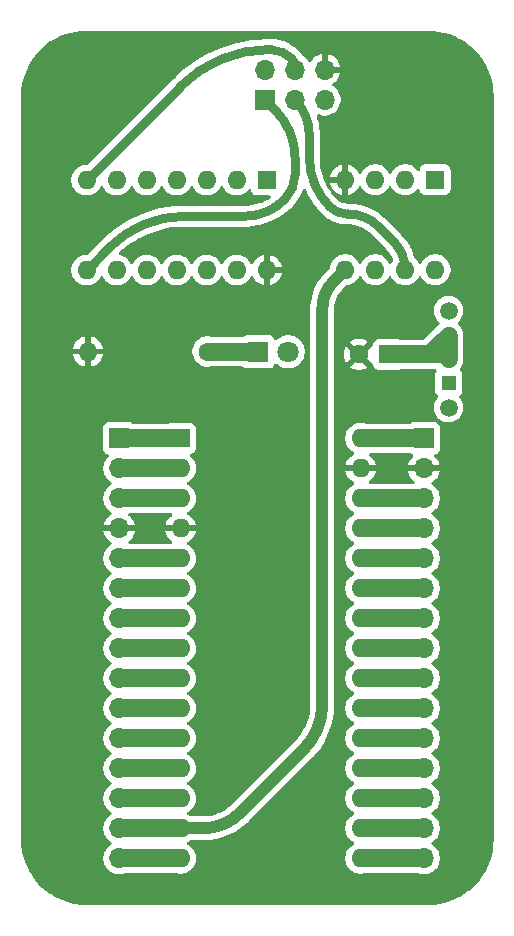
<source format=gbr>
%TF.GenerationSoftware,KiCad,Pcbnew,9.0.0*%
%TF.CreationDate,2025-03-04T00:13:22-08:00*%
%TF.ProjectId,NanoProgrammers,4e616e6f-5072-46f6-9772-616d6d657273,rev?*%
%TF.SameCoordinates,Original*%
%TF.FileFunction,Copper,L2,Bot*%
%TF.FilePolarity,Positive*%
%FSLAX46Y46*%
G04 Gerber Fmt 4.6, Leading zero omitted, Abs format (unit mm)*
G04 Created by KiCad (PCBNEW 9.0.0) date 2025-03-04 00:13:22*
%MOMM*%
%LPD*%
G01*
G04 APERTURE LIST*
%TA.AperFunction,ComponentPad*%
%ADD10R,1.800000X1.800000*%
%TD*%
%TA.AperFunction,ComponentPad*%
%ADD11C,1.800000*%
%TD*%
%TA.AperFunction,ComponentPad*%
%ADD12R,1.295400X1.295400*%
%TD*%
%TA.AperFunction,ComponentPad*%
%ADD13C,1.295400*%
%TD*%
%TA.AperFunction,ComponentPad*%
%ADD14C,1.498600*%
%TD*%
%TA.AperFunction,ComponentPad*%
%ADD15R,1.600000X1.600000*%
%TD*%
%TA.AperFunction,ComponentPad*%
%ADD16O,1.600000X1.600000*%
%TD*%
%TA.AperFunction,ComponentPad*%
%ADD17R,1.700000X1.700000*%
%TD*%
%TA.AperFunction,ComponentPad*%
%ADD18O,1.700000X1.700000*%
%TD*%
%TA.AperFunction,ComponentPad*%
%ADD19C,1.600000*%
%TD*%
%TA.AperFunction,Conductor*%
%ADD20C,1.000000*%
%TD*%
%TA.AperFunction,Conductor*%
%ADD21C,0.750000*%
%TD*%
%TA.AperFunction,Conductor*%
%ADD22C,1.500000*%
%TD*%
G04 APERTURE END LIST*
D10*
%TO.P,D1,1,K*%
%TO.N,Net-(D1-K)*%
X116575000Y-72675000D03*
D11*
%TO.P,D1,2,A*%
%TO.N,/MISO*%
X119115000Y-72675000D03*
%TD*%
D12*
%TO.P,SW1,1,1*%
%TO.N,/RST*%
X132700000Y-75300000D03*
D13*
%TO.P,SW1,2,2*%
%TO.N,Net-(C1-Pad1)*%
X132700000Y-73300000D03*
%TO.P,SW1,3,3*%
X132700000Y-71299999D03*
D14*
%TO.P,SW1,4*%
%TO.N,N/C*%
X132700000Y-77400001D03*
%TO.P,SW1,5*%
X132700000Y-69200000D03*
%TD*%
D15*
%TO.P,U1,1,VCC*%
%TO.N,+5V*%
X117295000Y-58135000D03*
D16*
%TO.P,U1,2,XTAL1/PB0*%
%TO.N,unconnected-(U1-XTAL1{slash}PB0-Pad2)*%
X114755000Y-58135000D03*
%TO.P,U1,3,XTAL2/PB1*%
%TO.N,unconnected-(U1-XTAL2{slash}PB1-Pad3)*%
X112215000Y-58135000D03*
%TO.P,U1,4,~{RESET}/PB3*%
%TO.N,/SS*%
X109675000Y-58135000D03*
%TO.P,U1,5,PB2*%
%TO.N,unconnected-(U1-PB2-Pad5)*%
X107135000Y-58135000D03*
%TO.P,U1,6,PA7*%
%TO.N,unconnected-(U1-PA7-Pad6)*%
X104595000Y-58135000D03*
%TO.P,U1,7,PA6*%
%TO.N,/MOSI*%
X102055000Y-58135000D03*
%TO.P,U1,8,PA5*%
%TO.N,/MISO*%
X102055000Y-65755000D03*
%TO.P,U1,9,PA4*%
%TO.N,/SCK*%
X104595000Y-65755000D03*
%TO.P,U1,10,PA3*%
%TO.N,unconnected-(U1-PA3-Pad10)*%
X107135000Y-65755000D03*
%TO.P,U1,11,PA2*%
%TO.N,unconnected-(U1-PA2-Pad11)*%
X109675000Y-65755000D03*
%TO.P,U1,12,PA1*%
%TO.N,unconnected-(U1-PA1-Pad12)*%
X112215000Y-65755000D03*
%TO.P,U1,13,AREF/PA0*%
%TO.N,unconnected-(U1-AREF{slash}PA0-Pad13)*%
X114755000Y-65755000D03*
%TO.P,U1,14,GND*%
%TO.N,GND*%
X117295000Y-65755000D03*
%TD*%
D17*
%TO.P,J3,1,Pin_1*%
%TO.N,/MISO*%
X117125000Y-51325000D03*
D18*
%TO.P,J3,2,Pin_2*%
%TO.N,+5V*%
X117125000Y-48785000D03*
%TO.P,J3,3,Pin_3*%
%TO.N,/SCK*%
X119665000Y-51325000D03*
%TO.P,J3,4,Pin_4*%
%TO.N,/MOSI*%
X119665000Y-48785000D03*
%TO.P,J3,5,Pin_5*%
%TO.N,/SS*%
X122205000Y-51325000D03*
%TO.P,J3,6,Pin_6*%
%TO.N,GND*%
X122205000Y-48785000D03*
%TD*%
D15*
%TO.P,U2,1,~{RESET}/PB5*%
%TO.N,/SS*%
X131555000Y-58105000D03*
D16*
%TO.P,U2,2,XTAL1/PB3*%
%TO.N,unconnected-(U2-XTAL1{slash}PB3-Pad2)*%
X129014999Y-58105000D03*
%TO.P,U2,3,XTAL2/PB4*%
%TO.N,unconnected-(U2-XTAL2{slash}PB4-Pad3)*%
X126474999Y-58105002D03*
%TO.P,U2,4,GND*%
%TO.N,GND*%
X123934996Y-58104998D03*
%TO.P,U2,5,AREF/PB0*%
%TO.N,/MOSI*%
X123935001Y-65724995D03*
%TO.P,U2,6,PB1*%
%TO.N,/MISO*%
X126475006Y-65724998D03*
%TO.P,U2,7,PB2*%
%TO.N,/SCK*%
X129015000Y-65724997D03*
%TO.P,U2,8,VCC*%
%TO.N,+5V*%
X131554998Y-65725004D03*
%TD*%
D15*
%TO.P,C1,1*%
%TO.N,Net-(C1-Pad1)*%
X127600000Y-72900000D03*
D19*
%TO.P,C1,2*%
%TO.N,GND*%
X125100001Y-72899998D03*
%TD*%
D15*
%TO.P,A1,1,D1/TX*%
%TO.N,Net-(A1-D1{slash}TX)*%
X110000000Y-80000000D03*
D16*
%TO.P,A1,2,D0/RX*%
%TO.N,Net-(A1-D0{slash}RX)*%
X110000000Y-82540000D03*
%TO.P,A1,3,~{RESET}*%
%TO.N,/RST*%
X110000000Y-85080000D03*
%TO.P,A1,4,GND*%
%TO.N,GND*%
X110000000Y-87620000D03*
%TO.P,A1,5,D2*%
%TO.N,Net-(A1-D2)*%
X110000000Y-90160000D03*
%TO.P,A1,6,D3*%
%TO.N,Net-(A1-D3)*%
X110000000Y-92700000D03*
%TO.P,A1,7,D4*%
%TO.N,Net-(A1-D4)*%
X110000000Y-95240000D03*
%TO.P,A1,8,D5*%
%TO.N,Net-(A1-D5)*%
X110000000Y-97780000D03*
%TO.P,A1,9,D6*%
%TO.N,Net-(A1-D6)*%
X110000000Y-100320000D03*
%TO.P,A1,10,D7*%
%TO.N,Net-(A1-D7)*%
X110000000Y-102860000D03*
%TO.P,A1,11,D8*%
%TO.N,Net-(A1-D8)*%
X110000000Y-105400000D03*
%TO.P,A1,12,D9*%
%TO.N,Net-(A1-D9)*%
X110000000Y-107940000D03*
%TO.P,A1,13,D10*%
%TO.N,/SS*%
X110000000Y-110480000D03*
%TO.P,A1,14,D11*%
%TO.N,/MOSI*%
X110000000Y-113020000D03*
%TO.P,A1,15,D12*%
%TO.N,/MISO*%
X110000000Y-115560000D03*
%TO.P,A1,16,D13*%
%TO.N,/SCK*%
X125240000Y-115560000D03*
%TO.P,A1,17,3V3*%
%TO.N,Net-(A1-3V3)*%
X125240000Y-113020000D03*
%TO.P,A1,18,AREF*%
%TO.N,Net-(A1-AREF)*%
X125240000Y-110480000D03*
%TO.P,A1,19,A0*%
%TO.N,Net-(A1-A0)*%
X125240000Y-107940000D03*
%TO.P,A1,20,A1*%
%TO.N,Net-(A1-A1)*%
X125240000Y-105400000D03*
%TO.P,A1,21,A2*%
%TO.N,Net-(A1-A2)*%
X125240000Y-102860000D03*
%TO.P,A1,22,A3*%
%TO.N,Net-(A1-A3)*%
X125240000Y-100320000D03*
%TO.P,A1,23,A4*%
%TO.N,Net-(A1-A4)*%
X125240000Y-97780000D03*
%TO.P,A1,24,A5*%
%TO.N,Net-(A1-A5)*%
X125240000Y-95240000D03*
%TO.P,A1,25,A6*%
%TO.N,Net-(A1-A6)*%
X125240000Y-92700000D03*
%TO.P,A1,26,A7*%
%TO.N,Net-(A1-A7)*%
X125240000Y-90160000D03*
%TO.P,A1,27,+5V*%
%TO.N,+5V*%
X125240000Y-87620000D03*
%TO.P,A1,28,~{RESET}*%
%TO.N,/RST*%
X125240000Y-85080000D03*
%TO.P,A1,29,GND*%
%TO.N,GND*%
X125240000Y-82540000D03*
%TO.P,A1,30,VIN*%
%TO.N,Net-(A1-VIN)*%
X125240000Y-80000000D03*
%TD*%
D19*
%TO.P,R1,1*%
%TO.N,Net-(D1-K)*%
X112305000Y-72650000D03*
D16*
%TO.P,R1,2*%
%TO.N,GND*%
X102145000Y-72650000D03*
%TD*%
D17*
%TO.P,J1,1,Pin_1*%
%TO.N,Net-(A1-D1{slash}TX)*%
X104800000Y-80000000D03*
D18*
%TO.P,J1,2,Pin_2*%
%TO.N,Net-(A1-D0{slash}RX)*%
X104800000Y-82540000D03*
%TO.P,J1,3,Pin_3*%
%TO.N,/RST*%
X104800000Y-85080000D03*
%TO.P,J1,4,Pin_4*%
%TO.N,GND*%
X104800000Y-87620000D03*
%TO.P,J1,5,Pin_5*%
%TO.N,Net-(A1-D2)*%
X104800000Y-90160000D03*
%TO.P,J1,6,Pin_6*%
%TO.N,Net-(A1-D3)*%
X104800000Y-92700000D03*
%TO.P,J1,7,Pin_7*%
%TO.N,Net-(A1-D4)*%
X104800000Y-95240000D03*
%TO.P,J1,8,Pin_8*%
%TO.N,Net-(A1-D5)*%
X104800000Y-97780000D03*
%TO.P,J1,9,Pin_9*%
%TO.N,Net-(A1-D6)*%
X104800000Y-100320000D03*
%TO.P,J1,10,Pin_10*%
%TO.N,Net-(A1-D7)*%
X104800000Y-102860000D03*
%TO.P,J1,11,Pin_11*%
%TO.N,Net-(A1-D8)*%
X104800000Y-105400000D03*
%TO.P,J1,12,Pin_12*%
%TO.N,Net-(A1-D9)*%
X104800000Y-107940000D03*
%TO.P,J1,13,Pin_13*%
%TO.N,/SS*%
X104800000Y-110480000D03*
%TO.P,J1,14,Pin_14*%
%TO.N,/MOSI*%
X104800000Y-113020000D03*
%TO.P,J1,15,Pin_15*%
%TO.N,/MISO*%
X104800000Y-115560000D03*
%TD*%
D17*
%TO.P,J2,1,Pin_1*%
%TO.N,Net-(A1-VIN)*%
X130600000Y-80000000D03*
D18*
%TO.P,J2,2,Pin_2*%
%TO.N,GND*%
X130600000Y-82540000D03*
%TO.P,J2,3,Pin_3*%
%TO.N,/RST*%
X130600000Y-85080000D03*
%TO.P,J2,4,Pin_4*%
%TO.N,+5V*%
X130600000Y-87620000D03*
%TO.P,J2,5,Pin_5*%
%TO.N,Net-(A1-A7)*%
X130600000Y-90160000D03*
%TO.P,J2,6,Pin_6*%
%TO.N,Net-(A1-A6)*%
X130600000Y-92700000D03*
%TO.P,J2,7,Pin_7*%
%TO.N,Net-(A1-A5)*%
X130600000Y-95240000D03*
%TO.P,J2,8,Pin_8*%
%TO.N,Net-(A1-A4)*%
X130600000Y-97780000D03*
%TO.P,J2,9,Pin_9*%
%TO.N,Net-(A1-A3)*%
X130600000Y-100320000D03*
%TO.P,J2,10,Pin_10*%
%TO.N,Net-(A1-A2)*%
X130600000Y-102860000D03*
%TO.P,J2,11,Pin_11*%
%TO.N,Net-(A1-A1)*%
X130600000Y-105400000D03*
%TO.P,J2,12,Pin_12*%
%TO.N,Net-(A1-A0)*%
X130600000Y-107940000D03*
%TO.P,J2,13,Pin_13*%
%TO.N,Net-(A1-AREF)*%
X130600000Y-110480000D03*
%TO.P,J2,14,Pin_14*%
%TO.N,Net-(A1-3V3)*%
X130600000Y-113020000D03*
%TO.P,J2,15,Pin_15*%
%TO.N,/SCK*%
X130600000Y-115560000D03*
%TD*%
D20*
%TO.N,/MOSI*%
X122000000Y-102506036D02*
X122000000Y-69028248D01*
D21*
X109970403Y-50219596D02*
X102055000Y-58135000D01*
D20*
X111870000Y-113020000D02*
X110000000Y-113020000D01*
X115062289Y-111697710D02*
X120406207Y-106353792D01*
X122967500Y-66692495D02*
X123935001Y-65724995D01*
D21*
X119665000Y-48437500D02*
X119665000Y-48785000D01*
D22*
X110000000Y-113020000D02*
X104800000Y-113020000D01*
D20*
X115062289Y-111697710D02*
G75*
G02*
X111870000Y-113019993I-3192289J3192310D01*
G01*
D21*
X119419280Y-47844280D02*
G75*
G03*
X117562127Y-47074993I-1857180J-1857120D01*
G01*
D20*
X122000000Y-102506036D02*
G75*
G02*
X120406200Y-106353785I-5441600J36D01*
G01*
X122967500Y-66692495D02*
G75*
G03*
X122000047Y-69028248I2335800J-2335705D01*
G01*
D21*
X119419280Y-47844280D02*
G75*
G02*
X119665011Y-48437500I-593180J-593220D01*
G01*
X117562127Y-47075000D02*
G75*
G03*
X109970393Y-50219586I-27J-10736300D01*
G01*
D22*
%TO.N,/RST*%
X130600000Y-85080000D02*
X125240000Y-85080000D01*
X104800000Y-85080000D02*
X110000000Y-85080000D01*
D21*
%TO.N,/SCK*%
X120900000Y-54306534D02*
X120900000Y-56207046D01*
X126789520Y-62089520D02*
X128017994Y-63317994D01*
D22*
X130600000Y-115560000D02*
X125240000Y-115560000D01*
D21*
X124056904Y-60999996D02*
X124159156Y-60999995D01*
X128017994Y-63317994D02*
G75*
G02*
X129015012Y-65724997I-2406994J-2407006D01*
G01*
X124056904Y-60999996D02*
G75*
G02*
X122642692Y-60414214I-4J1999996D01*
G01*
X124159156Y-60999995D02*
G75*
G02*
X126789540Y-62089500I44J-3719905D01*
G01*
X120900000Y-56207046D02*
G75*
G03*
X122642709Y-60414197I5949800J46D01*
G01*
X119665000Y-51325000D02*
G75*
G02*
X120899978Y-54306534I-2981500J-2981500D01*
G01*
D22*
%TO.N,/SS*%
X104800000Y-110480000D02*
X110000000Y-110480000D01*
D21*
%TO.N,/MISO*%
X102055000Y-65755000D02*
X103966615Y-63843385D01*
X118025269Y-52225269D02*
X117125000Y-51325000D01*
X110348310Y-61200000D02*
X115389958Y-61200000D01*
D22*
X104800000Y-115560000D02*
X110000000Y-115560000D01*
D21*
X119700000Y-57657339D02*
X119700000Y-56268427D01*
X119700000Y-57657339D02*
G75*
G02*
X118821312Y-59778670I-3000100J39D01*
G01*
X103966615Y-63843385D02*
G75*
G02*
X110348310Y-61200013I6381685J-6381715D01*
G01*
X115389958Y-61200000D02*
G75*
G03*
X118821348Y-59778706I42J4852700D01*
G01*
X119700000Y-56268427D02*
G75*
G03*
X118025285Y-52225253I-5717900J27D01*
G01*
D22*
%TO.N,Net-(A1-A3)*%
X130600000Y-100320000D02*
X125240000Y-100320000D01*
%TO.N,Net-(A1-A6)*%
X130600000Y-92700000D02*
X125240000Y-92700000D01*
%TO.N,+5V*%
X125240000Y-87620000D02*
X130600000Y-87620000D01*
%TO.N,Net-(A1-A1)*%
X130600000Y-105400000D02*
X125240000Y-105400000D01*
%TO.N,Net-(A1-A7)*%
X130600000Y-90160000D02*
X125240000Y-90160000D01*
%TO.N,Net-(A1-D6)*%
X104800000Y-100320000D02*
X110000000Y-100320000D01*
%TO.N,Net-(A1-D4)*%
X104800000Y-95240000D02*
X110000000Y-95240000D01*
%TO.N,Net-(A1-D7)*%
X104800000Y-102860000D02*
X110000000Y-102860000D01*
%TO.N,Net-(A1-D5)*%
X104800000Y-97780000D02*
X110000000Y-97780000D01*
%TO.N,Net-(A1-D1{slash}TX)*%
X104800000Y-80000000D02*
X110000000Y-80000000D01*
%TO.N,Net-(A1-VIN)*%
X130600000Y-80000000D02*
X125240000Y-80000000D01*
%TO.N,Net-(A1-3V3)*%
X130600000Y-113020000D02*
X125240000Y-113020000D01*
%TO.N,Net-(A1-D3)*%
X104800000Y-92700000D02*
X110000000Y-92700000D01*
%TO.N,Net-(A1-A4)*%
X130600000Y-97780000D02*
X125240000Y-97780000D01*
%TO.N,Net-(A1-D8)*%
X104800000Y-105400000D02*
X110000000Y-105400000D01*
%TO.N,Net-(C1-Pad1)*%
X131099999Y-72900000D02*
X132700000Y-71299999D01*
X127600000Y-72900000D02*
X132300000Y-72900000D01*
X132300000Y-72900000D02*
X132700000Y-73300000D01*
X132700000Y-73300000D02*
X132700000Y-71299999D01*
X127600000Y-72900000D02*
X131099999Y-72900000D01*
%TO.N,Net-(A1-D2)*%
X104800000Y-90160000D02*
X110000000Y-90160000D01*
%TO.N,Net-(A1-D0{slash}RX)*%
X104800000Y-82540000D02*
X110000000Y-82540000D01*
%TO.N,Net-(D1-K)*%
X116550000Y-72650000D02*
X116575000Y-72675000D01*
X112305000Y-72650000D02*
X116550000Y-72650000D01*
%TO.N,Net-(A1-A2)*%
X130600000Y-102860000D02*
X125240000Y-102860000D01*
%TO.N,Net-(A1-A5)*%
X130600000Y-95240000D02*
X125240000Y-95240000D01*
%TO.N,Net-(A1-A0)*%
X130600000Y-107940000D02*
X125240000Y-107940000D01*
%TO.N,Net-(A1-D9)*%
X104800000Y-107940000D02*
X110000000Y-107940000D01*
%TO.N,Net-(A1-AREF)*%
X130600000Y-110480000D02*
X125240000Y-110480000D01*
%TD*%
%TA.AperFunction,Conductor*%
%TO.N,GND*%
G36*
X109248558Y-86350185D02*
G01*
X109294313Y-86402989D01*
X109304257Y-86472147D01*
X109275232Y-86535703D01*
X109254405Y-86554818D01*
X109153105Y-86628417D01*
X109153104Y-86628417D01*
X109008417Y-86773104D01*
X109008417Y-86773105D01*
X108888140Y-86938650D01*
X108795244Y-87120970D01*
X108732009Y-87315586D01*
X108723391Y-87370000D01*
X109566988Y-87370000D01*
X109534075Y-87427007D01*
X109500000Y-87554174D01*
X109500000Y-87685826D01*
X109534075Y-87812993D01*
X109566988Y-87870000D01*
X108723391Y-87870000D01*
X108732009Y-87924413D01*
X108795244Y-88119029D01*
X108888140Y-88301349D01*
X109008417Y-88466894D01*
X109008417Y-88466895D01*
X109153104Y-88611582D01*
X109254405Y-88685182D01*
X109297070Y-88740512D01*
X109303049Y-88810126D01*
X109270443Y-88871920D01*
X109209604Y-88906278D01*
X109181519Y-88909500D01*
X105703546Y-88909500D01*
X105636507Y-88889815D01*
X105590752Y-88837011D01*
X105580808Y-88767853D01*
X105609833Y-88704297D01*
X105630661Y-88685182D01*
X105679459Y-88649727D01*
X105679464Y-88649723D01*
X105829723Y-88499464D01*
X105829727Y-88499459D01*
X105954620Y-88327557D01*
X106051095Y-88138217D01*
X106116757Y-87936129D01*
X106116757Y-87936126D01*
X106127231Y-87870000D01*
X105233012Y-87870000D01*
X105265925Y-87812993D01*
X105300000Y-87685826D01*
X105300000Y-87554174D01*
X105265925Y-87427007D01*
X105233012Y-87370000D01*
X106127231Y-87370000D01*
X106116757Y-87303873D01*
X106116757Y-87303870D01*
X106051095Y-87101782D01*
X105954620Y-86912442D01*
X105829727Y-86740540D01*
X105829723Y-86740535D01*
X105679464Y-86590276D01*
X105679459Y-86590272D01*
X105630661Y-86554818D01*
X105587995Y-86499488D01*
X105582016Y-86429875D01*
X105614622Y-86368080D01*
X105675460Y-86333723D01*
X105703546Y-86330500D01*
X109181519Y-86330500D01*
X109248558Y-86350185D01*
G37*
%TD.AperFunction*%
%TA.AperFunction,Conductor*%
G36*
X129459555Y-81261471D02*
G01*
X129471971Y-81267072D01*
X129507669Y-81293796D01*
X129642517Y-81344091D01*
X129642736Y-81344114D01*
X129647259Y-81346155D01*
X129670749Y-81366321D01*
X129695531Y-81384873D01*
X129697025Y-81388879D01*
X129700272Y-81391667D01*
X129709131Y-81421335D01*
X129719949Y-81450337D01*
X129719039Y-81454516D01*
X129720264Y-81458616D01*
X129711677Y-81488362D01*
X129705098Y-81518610D01*
X129701596Y-81523287D01*
X129700887Y-81525745D01*
X129697614Y-81528606D01*
X129683947Y-81546865D01*
X129570271Y-81660541D01*
X129445379Y-81832442D01*
X129348904Y-82021782D01*
X129283242Y-82223870D01*
X129283242Y-82223873D01*
X129272769Y-82290000D01*
X130166988Y-82290000D01*
X130134075Y-82347007D01*
X130100000Y-82474174D01*
X130100000Y-82605826D01*
X130134075Y-82732993D01*
X130166988Y-82790000D01*
X129272769Y-82790000D01*
X129283242Y-82856126D01*
X129283242Y-82856129D01*
X129348904Y-83058217D01*
X129445379Y-83247557D01*
X129570272Y-83419459D01*
X129570276Y-83419464D01*
X129720535Y-83569723D01*
X129720540Y-83569727D01*
X129769339Y-83605182D01*
X129812005Y-83660512D01*
X129817984Y-83730125D01*
X129785378Y-83791920D01*
X129724540Y-83826277D01*
X129696454Y-83829500D01*
X126058481Y-83829500D01*
X125991442Y-83809815D01*
X125945687Y-83757011D01*
X125935743Y-83687853D01*
X125964768Y-83624297D01*
X125985595Y-83605182D01*
X126086894Y-83531582D01*
X126086895Y-83531582D01*
X126231582Y-83386895D01*
X126231582Y-83386894D01*
X126351859Y-83221349D01*
X126444755Y-83039029D01*
X126507990Y-82844413D01*
X126516609Y-82790000D01*
X125673012Y-82790000D01*
X125705925Y-82732993D01*
X125740000Y-82605826D01*
X125740000Y-82474174D01*
X125705925Y-82347007D01*
X125673012Y-82290000D01*
X126516609Y-82290000D01*
X126507990Y-82235586D01*
X126444755Y-82040970D01*
X126351859Y-81858650D01*
X126231582Y-81693105D01*
X126231582Y-81693104D01*
X126086895Y-81548417D01*
X125985595Y-81474818D01*
X125942930Y-81419488D01*
X125936951Y-81349874D01*
X125969557Y-81288080D01*
X126030396Y-81253722D01*
X126058481Y-81250500D01*
X129408561Y-81250500D01*
X129459555Y-81261471D01*
G37*
%TD.AperFunction*%
%TA.AperFunction,Conductor*%
G36*
X131002562Y-45500605D02*
G01*
X131449036Y-45519072D01*
X131459209Y-45519915D01*
X131900114Y-45574873D01*
X131910194Y-45576555D01*
X132345042Y-45667733D01*
X132354950Y-45670242D01*
X132780786Y-45797019D01*
X132790454Y-45800338D01*
X133131430Y-45933388D01*
X133204339Y-45961838D01*
X133213724Y-45965954D01*
X133612869Y-46161083D01*
X133621872Y-46165955D01*
X133847437Y-46300363D01*
X134003544Y-46393383D01*
X134012123Y-46398989D01*
X134373693Y-46657144D01*
X134381770Y-46663431D01*
X134476331Y-46743520D01*
X134720796Y-46950571D01*
X134728336Y-46957512D01*
X135042487Y-47271663D01*
X135049428Y-47279203D01*
X135070985Y-47304655D01*
X135228635Y-47490793D01*
X135336564Y-47618224D01*
X135342859Y-47626312D01*
X135601010Y-47987876D01*
X135606616Y-47996455D01*
X135834041Y-48378122D01*
X135838919Y-48387136D01*
X136034045Y-48786275D01*
X136038161Y-48795660D01*
X136199656Y-49209533D01*
X136202984Y-49219226D01*
X136329753Y-49645036D01*
X136332269Y-49654971D01*
X136423441Y-50089791D01*
X136425128Y-50099900D01*
X136480082Y-50540769D01*
X136480928Y-50550983D01*
X136499394Y-50997437D01*
X136499500Y-51002561D01*
X136499500Y-113997438D01*
X136499394Y-114002562D01*
X136480928Y-114449016D01*
X136480082Y-114459230D01*
X136425128Y-114900099D01*
X136423441Y-114910208D01*
X136332269Y-115345028D01*
X136329753Y-115354963D01*
X136202984Y-115780773D01*
X136199656Y-115790466D01*
X136038161Y-116204339D01*
X136034045Y-116213724D01*
X135838919Y-116612863D01*
X135834041Y-116621877D01*
X135606616Y-117003544D01*
X135601010Y-117012123D01*
X135342859Y-117373687D01*
X135336564Y-117381775D01*
X135049428Y-117720796D01*
X135042487Y-117728336D01*
X134728336Y-118042487D01*
X134720796Y-118049428D01*
X134381775Y-118336564D01*
X134373687Y-118342859D01*
X134012123Y-118601010D01*
X134003544Y-118606616D01*
X133621877Y-118834041D01*
X133612863Y-118838919D01*
X133213724Y-119034045D01*
X133204339Y-119038161D01*
X132790466Y-119199656D01*
X132780773Y-119202984D01*
X132354963Y-119329753D01*
X132345028Y-119332269D01*
X131910208Y-119423441D01*
X131900099Y-119425128D01*
X131459230Y-119480082D01*
X131449016Y-119480928D01*
X131002563Y-119499394D01*
X130997439Y-119499500D01*
X102002561Y-119499500D01*
X101997437Y-119499394D01*
X101550983Y-119480928D01*
X101540769Y-119480082D01*
X101099900Y-119425128D01*
X101089791Y-119423441D01*
X100654971Y-119332269D01*
X100645036Y-119329753D01*
X100219226Y-119202984D01*
X100209533Y-119199656D01*
X99795660Y-119038161D01*
X99786275Y-119034045D01*
X99387136Y-118838919D01*
X99378122Y-118834041D01*
X98996455Y-118606616D01*
X98987876Y-118601010D01*
X98626312Y-118342859D01*
X98618224Y-118336564D01*
X98279203Y-118049428D01*
X98271663Y-118042487D01*
X97957512Y-117728336D01*
X97950571Y-117720796D01*
X97663435Y-117381775D01*
X97657140Y-117373687D01*
X97398989Y-117012123D01*
X97393383Y-117003544D01*
X97165958Y-116621877D01*
X97161080Y-116612863D01*
X97149956Y-116590109D01*
X96979588Y-116241613D01*
X96965954Y-116213724D01*
X96961838Y-116204339D01*
X96829245Y-115864534D01*
X96800338Y-115790454D01*
X96797019Y-115780786D01*
X96670242Y-115354950D01*
X96667733Y-115345042D01*
X96576555Y-114910194D01*
X96574873Y-114900114D01*
X96519915Y-114459209D01*
X96519072Y-114449036D01*
X96500606Y-114002562D01*
X96500500Y-113997438D01*
X96500500Y-72400000D01*
X100868391Y-72400000D01*
X101829314Y-72400000D01*
X101824920Y-72404394D01*
X101772259Y-72495606D01*
X101745000Y-72597339D01*
X101745000Y-72702661D01*
X101772259Y-72804394D01*
X101824920Y-72895606D01*
X101829314Y-72900000D01*
X100868391Y-72900000D01*
X100877009Y-72954413D01*
X100940244Y-73149029D01*
X101033140Y-73331349D01*
X101153417Y-73496894D01*
X101153417Y-73496895D01*
X101298104Y-73641582D01*
X101463650Y-73761859D01*
X101645968Y-73854754D01*
X101840578Y-73917988D01*
X101895000Y-73926607D01*
X101895000Y-72965686D01*
X101899394Y-72970080D01*
X101990606Y-73022741D01*
X102092339Y-73050000D01*
X102197661Y-73050000D01*
X102299394Y-73022741D01*
X102390606Y-72970080D01*
X102395000Y-72965686D01*
X102395000Y-73926606D01*
X102449421Y-73917988D01*
X102644031Y-73854754D01*
X102826349Y-73761859D01*
X102991894Y-73641582D01*
X102991895Y-73641582D01*
X103136582Y-73496895D01*
X103136582Y-73496894D01*
X103256859Y-73331349D01*
X103349755Y-73149029D01*
X103412990Y-72954413D01*
X103421609Y-72900000D01*
X102460686Y-72900000D01*
X102465080Y-72895606D01*
X102517741Y-72804394D01*
X102545000Y-72702661D01*
X102545000Y-72597339D01*
X102531685Y-72547648D01*
X111004500Y-72547648D01*
X111004500Y-72752351D01*
X111036522Y-72954534D01*
X111099781Y-73149223D01*
X111192715Y-73331613D01*
X111313028Y-73497213D01*
X111457786Y-73641971D01*
X111603549Y-73747872D01*
X111623390Y-73762287D01*
X111712092Y-73807483D01*
X111805776Y-73855218D01*
X111805778Y-73855218D01*
X111805781Y-73855220D01*
X111859924Y-73872812D01*
X112000465Y-73918477D01*
X112055742Y-73927232D01*
X112202648Y-73950500D01*
X112202649Y-73950500D01*
X112407351Y-73950500D01*
X112407352Y-73950500D01*
X112609534Y-73918477D01*
X112637714Y-73909320D01*
X112646184Y-73906569D01*
X112684502Y-73900500D01*
X115234046Y-73900500D01*
X115301085Y-73920185D01*
X115310157Y-73927495D01*
X115310355Y-73927232D01*
X115432664Y-74018793D01*
X115432671Y-74018797D01*
X115567517Y-74069091D01*
X115567516Y-74069091D01*
X115574444Y-74069835D01*
X115627127Y-74075500D01*
X117522872Y-74075499D01*
X117582483Y-74069091D01*
X117717331Y-74018796D01*
X117832546Y-73932546D01*
X117918796Y-73817331D01*
X117946429Y-73743243D01*
X117948601Y-73737420D01*
X117990471Y-73681486D01*
X118055936Y-73657068D01*
X118124209Y-73671919D01*
X118152464Y-73693071D01*
X118202636Y-73743243D01*
X118202641Y-73743247D01*
X118304603Y-73817326D01*
X118380978Y-73872815D01*
X118509375Y-73938237D01*
X118577393Y-73972895D01*
X118577396Y-73972896D01*
X118682221Y-74006955D01*
X118787049Y-74041015D01*
X119004778Y-74075500D01*
X119004779Y-74075500D01*
X119225221Y-74075500D01*
X119225222Y-74075500D01*
X119442951Y-74041015D01*
X119652606Y-73972895D01*
X119849022Y-73872815D01*
X120027365Y-73743242D01*
X120183242Y-73587365D01*
X120312815Y-73409022D01*
X120412895Y-73212606D01*
X120481015Y-73002951D01*
X120515500Y-72785222D01*
X120515500Y-72564778D01*
X120481015Y-72347049D01*
X120424813Y-72174075D01*
X120412896Y-72137396D01*
X120412895Y-72137393D01*
X120369443Y-72052116D01*
X120312815Y-71940978D01*
X120254501Y-71860715D01*
X120183247Y-71762641D01*
X120183243Y-71762636D01*
X120027363Y-71606756D01*
X120027358Y-71606752D01*
X119849025Y-71477187D01*
X119849024Y-71477186D01*
X119849022Y-71477185D01*
X119731791Y-71417452D01*
X119652606Y-71377104D01*
X119652603Y-71377103D01*
X119442952Y-71308985D01*
X119334086Y-71291742D01*
X119225222Y-71274500D01*
X119004778Y-71274500D01*
X118932201Y-71285995D01*
X118787047Y-71308985D01*
X118577396Y-71377103D01*
X118577393Y-71377104D01*
X118380974Y-71477187D01*
X118202641Y-71606752D01*
X118202636Y-71606756D01*
X118152463Y-71656929D01*
X118091140Y-71690413D01*
X118021448Y-71685428D01*
X117965515Y-71643557D01*
X117948601Y-71612580D01*
X117918797Y-71532671D01*
X117918793Y-71532664D01*
X117832547Y-71417455D01*
X117832544Y-71417452D01*
X117717335Y-71331206D01*
X117717328Y-71331202D01*
X117582482Y-71280908D01*
X117582483Y-71280908D01*
X117522883Y-71274501D01*
X117522881Y-71274500D01*
X117522873Y-71274500D01*
X117522864Y-71274500D01*
X115627129Y-71274500D01*
X115627123Y-71274501D01*
X115567516Y-71280908D01*
X115432671Y-71331202D01*
X115432668Y-71331204D01*
X115374476Y-71374767D01*
X115309011Y-71399184D01*
X115300165Y-71399500D01*
X112684502Y-71399500D01*
X112646184Y-71393431D01*
X112609535Y-71381523D01*
X112508443Y-71365511D01*
X112407352Y-71349500D01*
X112202648Y-71349500D01*
X112178329Y-71353351D01*
X112000465Y-71381522D01*
X111805776Y-71444781D01*
X111623386Y-71537715D01*
X111457786Y-71658028D01*
X111313028Y-71802786D01*
X111192715Y-71968386D01*
X111099781Y-72150776D01*
X111036522Y-72345465D01*
X111004500Y-72547648D01*
X102531685Y-72547648D01*
X102517741Y-72495606D01*
X102465080Y-72404394D01*
X102460686Y-72400000D01*
X103421609Y-72400000D01*
X103412990Y-72345586D01*
X103349755Y-72150970D01*
X103256859Y-71968650D01*
X103136582Y-71803105D01*
X103136582Y-71803104D01*
X102991895Y-71658417D01*
X102826349Y-71538140D01*
X102644029Y-71445244D01*
X102449413Y-71382009D01*
X102395000Y-71373390D01*
X102395000Y-72334314D01*
X102390606Y-72329920D01*
X102299394Y-72277259D01*
X102197661Y-72250000D01*
X102092339Y-72250000D01*
X101990606Y-72277259D01*
X101899394Y-72329920D01*
X101895000Y-72334314D01*
X101895000Y-71373390D01*
X101840586Y-71382009D01*
X101645970Y-71445244D01*
X101463650Y-71538140D01*
X101298105Y-71658417D01*
X101298104Y-71658417D01*
X101153417Y-71803104D01*
X101153417Y-71803105D01*
X101033140Y-71968650D01*
X100940244Y-72150970D01*
X100877009Y-72345586D01*
X100868391Y-72400000D01*
X96500500Y-72400000D01*
X96500500Y-58032648D01*
X100754500Y-58032648D01*
X100754500Y-58237351D01*
X100786522Y-58439534D01*
X100849781Y-58634223D01*
X100942715Y-58816613D01*
X101063028Y-58982213D01*
X101207786Y-59126971D01*
X101332098Y-59217287D01*
X101373390Y-59247287D01*
X101462212Y-59292544D01*
X101555776Y-59340218D01*
X101555778Y-59340218D01*
X101555781Y-59340220D01*
X101656624Y-59372986D01*
X101750465Y-59403477D01*
X101851557Y-59419488D01*
X101952648Y-59435500D01*
X101952649Y-59435500D01*
X102157351Y-59435500D01*
X102157352Y-59435500D01*
X102359534Y-59403477D01*
X102554219Y-59340220D01*
X102736610Y-59247287D01*
X102832901Y-59177328D01*
X102902213Y-59126971D01*
X102902215Y-59126968D01*
X102902219Y-59126966D01*
X103046966Y-58982219D01*
X103046968Y-58982215D01*
X103046971Y-58982213D01*
X103167284Y-58816614D01*
X103167285Y-58816613D01*
X103167287Y-58816610D01*
X103214516Y-58723917D01*
X103262489Y-58673123D01*
X103330310Y-58656328D01*
X103396445Y-58678865D01*
X103435485Y-58723919D01*
X103482715Y-58816614D01*
X103603028Y-58982213D01*
X103747786Y-59126971D01*
X103872098Y-59217287D01*
X103913390Y-59247287D01*
X104002212Y-59292544D01*
X104095776Y-59340218D01*
X104095778Y-59340218D01*
X104095781Y-59340220D01*
X104196624Y-59372986D01*
X104290465Y-59403477D01*
X104391557Y-59419488D01*
X104492648Y-59435500D01*
X104492649Y-59435500D01*
X104697351Y-59435500D01*
X104697352Y-59435500D01*
X104899534Y-59403477D01*
X105094219Y-59340220D01*
X105276610Y-59247287D01*
X105372901Y-59177328D01*
X105442213Y-59126971D01*
X105442215Y-59126968D01*
X105442219Y-59126966D01*
X105586966Y-58982219D01*
X105586968Y-58982215D01*
X105586971Y-58982213D01*
X105707284Y-58816614D01*
X105707285Y-58816613D01*
X105707287Y-58816610D01*
X105754516Y-58723917D01*
X105802489Y-58673123D01*
X105870310Y-58656328D01*
X105936445Y-58678865D01*
X105975485Y-58723919D01*
X106022715Y-58816614D01*
X106143028Y-58982213D01*
X106287786Y-59126971D01*
X106412098Y-59217287D01*
X106453390Y-59247287D01*
X106542212Y-59292544D01*
X106635776Y-59340218D01*
X106635778Y-59340218D01*
X106635781Y-59340220D01*
X106736624Y-59372986D01*
X106830465Y-59403477D01*
X106931557Y-59419488D01*
X107032648Y-59435500D01*
X107032649Y-59435500D01*
X107237351Y-59435500D01*
X107237352Y-59435500D01*
X107439534Y-59403477D01*
X107634219Y-59340220D01*
X107816610Y-59247287D01*
X107912901Y-59177328D01*
X107982213Y-59126971D01*
X107982215Y-59126968D01*
X107982219Y-59126966D01*
X108126966Y-58982219D01*
X108126968Y-58982215D01*
X108126971Y-58982213D01*
X108247284Y-58816614D01*
X108247285Y-58816613D01*
X108247287Y-58816610D01*
X108294516Y-58723917D01*
X108342489Y-58673123D01*
X108410310Y-58656328D01*
X108476445Y-58678865D01*
X108515485Y-58723919D01*
X108562715Y-58816614D01*
X108683028Y-58982213D01*
X108827786Y-59126971D01*
X108952098Y-59217287D01*
X108993390Y-59247287D01*
X109082212Y-59292544D01*
X109175776Y-59340218D01*
X109175778Y-59340218D01*
X109175781Y-59340220D01*
X109276624Y-59372986D01*
X109370465Y-59403477D01*
X109471557Y-59419488D01*
X109572648Y-59435500D01*
X109572649Y-59435500D01*
X109777351Y-59435500D01*
X109777352Y-59435500D01*
X109979534Y-59403477D01*
X110174219Y-59340220D01*
X110356610Y-59247287D01*
X110452901Y-59177328D01*
X110522213Y-59126971D01*
X110522215Y-59126968D01*
X110522219Y-59126966D01*
X110666966Y-58982219D01*
X110666968Y-58982215D01*
X110666971Y-58982213D01*
X110787284Y-58816614D01*
X110787285Y-58816613D01*
X110787287Y-58816610D01*
X110834516Y-58723917D01*
X110882489Y-58673123D01*
X110950310Y-58656328D01*
X111016445Y-58678865D01*
X111055485Y-58723919D01*
X111102715Y-58816614D01*
X111223028Y-58982213D01*
X111367786Y-59126971D01*
X111492098Y-59217287D01*
X111533390Y-59247287D01*
X111622212Y-59292544D01*
X111715776Y-59340218D01*
X111715778Y-59340218D01*
X111715781Y-59340220D01*
X111816624Y-59372986D01*
X111910465Y-59403477D01*
X112011557Y-59419488D01*
X112112648Y-59435500D01*
X112112649Y-59435500D01*
X112317351Y-59435500D01*
X112317352Y-59435500D01*
X112519534Y-59403477D01*
X112714219Y-59340220D01*
X112896610Y-59247287D01*
X112992901Y-59177328D01*
X113062213Y-59126971D01*
X113062215Y-59126968D01*
X113062219Y-59126966D01*
X113206966Y-58982219D01*
X113206968Y-58982215D01*
X113206971Y-58982213D01*
X113327284Y-58816614D01*
X113327285Y-58816613D01*
X113327287Y-58816610D01*
X113374516Y-58723917D01*
X113422489Y-58673123D01*
X113490310Y-58656328D01*
X113556445Y-58678865D01*
X113595485Y-58723919D01*
X113642715Y-58816614D01*
X113763028Y-58982213D01*
X113907786Y-59126971D01*
X114032098Y-59217287D01*
X114073390Y-59247287D01*
X114162212Y-59292544D01*
X114255776Y-59340218D01*
X114255778Y-59340218D01*
X114255781Y-59340220D01*
X114356624Y-59372986D01*
X114450465Y-59403477D01*
X114551557Y-59419488D01*
X114652648Y-59435500D01*
X114652649Y-59435500D01*
X114857351Y-59435500D01*
X114857352Y-59435500D01*
X115059534Y-59403477D01*
X115254219Y-59340220D01*
X115436610Y-59247287D01*
X115532901Y-59177328D01*
X115602213Y-59126971D01*
X115602215Y-59126968D01*
X115602219Y-59126966D01*
X115746966Y-58982219D01*
X115773330Y-58945930D01*
X115828658Y-58903265D01*
X115898271Y-58897284D01*
X115960067Y-58929889D01*
X115994426Y-58990726D01*
X115996938Y-59005559D01*
X116000907Y-59042480D01*
X116051202Y-59177328D01*
X116051206Y-59177335D01*
X116137452Y-59292544D01*
X116137455Y-59292547D01*
X116252664Y-59378793D01*
X116252671Y-59378797D01*
X116387517Y-59429091D01*
X116387516Y-59429091D01*
X116394444Y-59429835D01*
X116447127Y-59435500D01*
X117512158Y-59435499D01*
X117512404Y-59435571D01*
X117512651Y-59435500D01*
X117545855Y-59445393D01*
X117579197Y-59455183D01*
X117579365Y-59455377D01*
X117579612Y-59455451D01*
X117602189Y-59481717D01*
X117624952Y-59507987D01*
X117624988Y-59508242D01*
X117625156Y-59508437D01*
X117629958Y-59542804D01*
X117634896Y-59577146D01*
X117634789Y-59577379D01*
X117634825Y-59577634D01*
X117620293Y-59609120D01*
X117605871Y-59640702D01*
X117605617Y-59640920D01*
X117605547Y-59641074D01*
X117578782Y-59664080D01*
X117383121Y-59788727D01*
X117373753Y-59794136D01*
X117075586Y-59949349D01*
X117065794Y-59953914D01*
X116781338Y-60071738D01*
X116755242Y-60082547D01*
X116745077Y-60086246D01*
X116424498Y-60187322D01*
X116414049Y-60190122D01*
X116085873Y-60262874D01*
X116075219Y-60264752D01*
X115741969Y-60308622D01*
X115731193Y-60309565D01*
X115391774Y-60324381D01*
X115386367Y-60324499D01*
X115344453Y-60324499D01*
X115303736Y-60324499D01*
X115303731Y-60324499D01*
X115297604Y-60324500D01*
X115297603Y-60324499D01*
X115297603Y-60324500D01*
X110256099Y-60324500D01*
X110255816Y-60324514D01*
X110049138Y-60324514D01*
X109451909Y-60360639D01*
X108857934Y-60432760D01*
X108269423Y-60540608D01*
X108269419Y-60540609D01*
X107688478Y-60683796D01*
X107688462Y-60683800D01*
X107117254Y-60861797D01*
X107117236Y-60861803D01*
X106557806Y-61073965D01*
X106012186Y-61319527D01*
X105482378Y-61597591D01*
X104970359Y-61907115D01*
X104970349Y-61907122D01*
X104477938Y-62247008D01*
X104006930Y-62616016D01*
X104006929Y-62616017D01*
X103559095Y-63012762D01*
X103559094Y-63012763D01*
X103408522Y-63163332D01*
X103408516Y-63163340D01*
X102153675Y-64418181D01*
X102092352Y-64451666D01*
X102065994Y-64454500D01*
X101952648Y-64454500D01*
X101928329Y-64458351D01*
X101750465Y-64486522D01*
X101555776Y-64549781D01*
X101373386Y-64642715D01*
X101207786Y-64763028D01*
X101063028Y-64907786D01*
X100942715Y-65073386D01*
X100849781Y-65255776D01*
X100786522Y-65450465D01*
X100754500Y-65652648D01*
X100754500Y-65857351D01*
X100786522Y-66059534D01*
X100849781Y-66254223D01*
X100942715Y-66436613D01*
X101063028Y-66602213D01*
X101207786Y-66746971D01*
X101362749Y-66859556D01*
X101373390Y-66867287D01*
X101489607Y-66926503D01*
X101555776Y-66960218D01*
X101555778Y-66960218D01*
X101555781Y-66960220D01*
X101658120Y-66993472D01*
X101750465Y-67023477D01*
X101849060Y-67039093D01*
X101952648Y-67055500D01*
X101952649Y-67055500D01*
X102157351Y-67055500D01*
X102157352Y-67055500D01*
X102359534Y-67023477D01*
X102554219Y-66960220D01*
X102736610Y-66867287D01*
X102829590Y-66799732D01*
X102902213Y-66746971D01*
X102902215Y-66746968D01*
X102902219Y-66746966D01*
X103046966Y-66602219D01*
X103046968Y-66602215D01*
X103046971Y-66602213D01*
X103167284Y-66436614D01*
X103167285Y-66436613D01*
X103167287Y-66436610D01*
X103214516Y-66343917D01*
X103262489Y-66293123D01*
X103330310Y-66276328D01*
X103396445Y-66298865D01*
X103435485Y-66343919D01*
X103482715Y-66436614D01*
X103603028Y-66602213D01*
X103747786Y-66746971D01*
X103902749Y-66859556D01*
X103913390Y-66867287D01*
X104029607Y-66926503D01*
X104095776Y-66960218D01*
X104095778Y-66960218D01*
X104095781Y-66960220D01*
X104198120Y-66993472D01*
X104290465Y-67023477D01*
X104389060Y-67039093D01*
X104492648Y-67055500D01*
X104492649Y-67055500D01*
X104697351Y-67055500D01*
X104697352Y-67055500D01*
X104899534Y-67023477D01*
X105094219Y-66960220D01*
X105276610Y-66867287D01*
X105369590Y-66799732D01*
X105442213Y-66746971D01*
X105442215Y-66746968D01*
X105442219Y-66746966D01*
X105586966Y-66602219D01*
X105586968Y-66602215D01*
X105586971Y-66602213D01*
X105707284Y-66436614D01*
X105707285Y-66436613D01*
X105707287Y-66436610D01*
X105754516Y-66343917D01*
X105802489Y-66293123D01*
X105870310Y-66276328D01*
X105936445Y-66298865D01*
X105975485Y-66343919D01*
X106022715Y-66436614D01*
X106143028Y-66602213D01*
X106287786Y-66746971D01*
X106442749Y-66859556D01*
X106453390Y-66867287D01*
X106569607Y-66926503D01*
X106635776Y-66960218D01*
X106635778Y-66960218D01*
X106635781Y-66960220D01*
X106738120Y-66993472D01*
X106830465Y-67023477D01*
X106929060Y-67039093D01*
X107032648Y-67055500D01*
X107032649Y-67055500D01*
X107237351Y-67055500D01*
X107237352Y-67055500D01*
X107439534Y-67023477D01*
X107634219Y-66960220D01*
X107816610Y-66867287D01*
X107909590Y-66799732D01*
X107982213Y-66746971D01*
X107982215Y-66746968D01*
X107982219Y-66746966D01*
X108126966Y-66602219D01*
X108126968Y-66602215D01*
X108126971Y-66602213D01*
X108247284Y-66436614D01*
X108247285Y-66436613D01*
X108247287Y-66436610D01*
X108294516Y-66343917D01*
X108342489Y-66293123D01*
X108410310Y-66276328D01*
X108476445Y-66298865D01*
X108515485Y-66343919D01*
X108562715Y-66436614D01*
X108683028Y-66602213D01*
X108827786Y-66746971D01*
X108982749Y-66859556D01*
X108993390Y-66867287D01*
X109109607Y-66926503D01*
X109175776Y-66960218D01*
X109175778Y-66960218D01*
X109175781Y-66960220D01*
X109278120Y-66993472D01*
X109370465Y-67023477D01*
X109469060Y-67039093D01*
X109572648Y-67055500D01*
X109572649Y-67055500D01*
X109777351Y-67055500D01*
X109777352Y-67055500D01*
X109979534Y-67023477D01*
X110174219Y-66960220D01*
X110356610Y-66867287D01*
X110449590Y-66799732D01*
X110522213Y-66746971D01*
X110522215Y-66746968D01*
X110522219Y-66746966D01*
X110666966Y-66602219D01*
X110666968Y-66602215D01*
X110666971Y-66602213D01*
X110787284Y-66436614D01*
X110787285Y-66436613D01*
X110787287Y-66436610D01*
X110834516Y-66343917D01*
X110882489Y-66293123D01*
X110950310Y-66276328D01*
X111016445Y-66298865D01*
X111055485Y-66343919D01*
X111102715Y-66436614D01*
X111223028Y-66602213D01*
X111367786Y-66746971D01*
X111522749Y-66859556D01*
X111533390Y-66867287D01*
X111649607Y-66926503D01*
X111715776Y-66960218D01*
X111715778Y-66960218D01*
X111715781Y-66960220D01*
X111818120Y-66993472D01*
X111910465Y-67023477D01*
X112009060Y-67039093D01*
X112112648Y-67055500D01*
X112112649Y-67055500D01*
X112317351Y-67055500D01*
X112317352Y-67055500D01*
X112519534Y-67023477D01*
X112714219Y-66960220D01*
X112896610Y-66867287D01*
X112989590Y-66799732D01*
X113062213Y-66746971D01*
X113062215Y-66746968D01*
X113062219Y-66746966D01*
X113206966Y-66602219D01*
X113206968Y-66602215D01*
X113206971Y-66602213D01*
X113327284Y-66436614D01*
X113327285Y-66436613D01*
X113327287Y-66436610D01*
X113374516Y-66343917D01*
X113422489Y-66293123D01*
X113490310Y-66276328D01*
X113556445Y-66298865D01*
X113595485Y-66343919D01*
X113642715Y-66436614D01*
X113763028Y-66602213D01*
X113907786Y-66746971D01*
X114062749Y-66859556D01*
X114073390Y-66867287D01*
X114189607Y-66926503D01*
X114255776Y-66960218D01*
X114255778Y-66960218D01*
X114255781Y-66960220D01*
X114358120Y-66993472D01*
X114450465Y-67023477D01*
X114549060Y-67039093D01*
X114652648Y-67055500D01*
X114652649Y-67055500D01*
X114857351Y-67055500D01*
X114857352Y-67055500D01*
X115059534Y-67023477D01*
X115254219Y-66960220D01*
X115436610Y-66867287D01*
X115529590Y-66799732D01*
X115602213Y-66746971D01*
X115602215Y-66746968D01*
X115602219Y-66746966D01*
X115746966Y-66602219D01*
X115746968Y-66602215D01*
X115746971Y-66602213D01*
X115867284Y-66436614D01*
X115867285Y-66436613D01*
X115867287Y-66436610D01*
X115914795Y-66343369D01*
X115962770Y-66292574D01*
X116030591Y-66275779D01*
X116096725Y-66298316D01*
X116135765Y-66343370D01*
X116183140Y-66436349D01*
X116303417Y-66601894D01*
X116303417Y-66601895D01*
X116448104Y-66746582D01*
X116613650Y-66866859D01*
X116795968Y-66959754D01*
X116990578Y-67022988D01*
X117045000Y-67031607D01*
X117045000Y-66070686D01*
X117049394Y-66075080D01*
X117140606Y-66127741D01*
X117242339Y-66155000D01*
X117347661Y-66155000D01*
X117449394Y-66127741D01*
X117540606Y-66075080D01*
X117545000Y-66070686D01*
X117545000Y-67031606D01*
X117599421Y-67022988D01*
X117794031Y-66959754D01*
X117976349Y-66866859D01*
X118141894Y-66746582D01*
X118141895Y-66746582D01*
X118286582Y-66601895D01*
X118286582Y-66601894D01*
X118406859Y-66436349D01*
X118499755Y-66254029D01*
X118562990Y-66059413D01*
X118571609Y-66005000D01*
X117610686Y-66005000D01*
X117615080Y-66000606D01*
X117667741Y-65909394D01*
X117695000Y-65807661D01*
X117695000Y-65702339D01*
X117667741Y-65600606D01*
X117615080Y-65509394D01*
X117610686Y-65505000D01*
X118571609Y-65505000D01*
X118562990Y-65450586D01*
X118499755Y-65255970D01*
X118406859Y-65073650D01*
X118286582Y-64908105D01*
X118286582Y-64908104D01*
X118141895Y-64763417D01*
X117976349Y-64643140D01*
X117794029Y-64550244D01*
X117599413Y-64487009D01*
X117545000Y-64478390D01*
X117545000Y-65439314D01*
X117540606Y-65434920D01*
X117449394Y-65382259D01*
X117347661Y-65355000D01*
X117242339Y-65355000D01*
X117140606Y-65382259D01*
X117049394Y-65434920D01*
X117045000Y-65439314D01*
X117045000Y-64478390D01*
X116990586Y-64487009D01*
X116795970Y-64550244D01*
X116613650Y-64643140D01*
X116448105Y-64763417D01*
X116448104Y-64763417D01*
X116303417Y-64908104D01*
X116303417Y-64908105D01*
X116183140Y-65073650D01*
X116135765Y-65166629D01*
X116087790Y-65217425D01*
X116019969Y-65234220D01*
X115953834Y-65211682D01*
X115914795Y-65166629D01*
X115899225Y-65136072D01*
X115867287Y-65073390D01*
X115845493Y-65043393D01*
X115746971Y-64907786D01*
X115602213Y-64763028D01*
X115436613Y-64642715D01*
X115436612Y-64642714D01*
X115436610Y-64642713D01*
X115377398Y-64612543D01*
X115254223Y-64549781D01*
X115059534Y-64486522D01*
X114884995Y-64458878D01*
X114857352Y-64454500D01*
X114652648Y-64454500D01*
X114628329Y-64458351D01*
X114450465Y-64486522D01*
X114255776Y-64549781D01*
X114073386Y-64642715D01*
X113907786Y-64763028D01*
X113763028Y-64907786D01*
X113642715Y-65073386D01*
X113595485Y-65166080D01*
X113547510Y-65216876D01*
X113479689Y-65233671D01*
X113413554Y-65211134D01*
X113374515Y-65166080D01*
X113373883Y-65164840D01*
X113327287Y-65073390D01*
X113305493Y-65043393D01*
X113206971Y-64907786D01*
X113062213Y-64763028D01*
X112896613Y-64642715D01*
X112896612Y-64642714D01*
X112896610Y-64642713D01*
X112837398Y-64612543D01*
X112714223Y-64549781D01*
X112519534Y-64486522D01*
X112344995Y-64458878D01*
X112317352Y-64454500D01*
X112112648Y-64454500D01*
X112088329Y-64458351D01*
X111910465Y-64486522D01*
X111715776Y-64549781D01*
X111533386Y-64642715D01*
X111367786Y-64763028D01*
X111223028Y-64907786D01*
X111102715Y-65073386D01*
X111055485Y-65166080D01*
X111007510Y-65216876D01*
X110939689Y-65233671D01*
X110873554Y-65211134D01*
X110834515Y-65166080D01*
X110833883Y-65164840D01*
X110787287Y-65073390D01*
X110765493Y-65043393D01*
X110666971Y-64907786D01*
X110522213Y-64763028D01*
X110356613Y-64642715D01*
X110356612Y-64642714D01*
X110356610Y-64642713D01*
X110297398Y-64612543D01*
X110174223Y-64549781D01*
X109979534Y-64486522D01*
X109804995Y-64458878D01*
X109777352Y-64454500D01*
X109572648Y-64454500D01*
X109548329Y-64458351D01*
X109370465Y-64486522D01*
X109175776Y-64549781D01*
X108993386Y-64642715D01*
X108827786Y-64763028D01*
X108683028Y-64907786D01*
X108562715Y-65073386D01*
X108515485Y-65166080D01*
X108467510Y-65216876D01*
X108399689Y-65233671D01*
X108333554Y-65211134D01*
X108294515Y-65166080D01*
X108293883Y-65164840D01*
X108247287Y-65073390D01*
X108225493Y-65043393D01*
X108126971Y-64907786D01*
X107982213Y-64763028D01*
X107816613Y-64642715D01*
X107816612Y-64642714D01*
X107816610Y-64642713D01*
X107757398Y-64612543D01*
X107634223Y-64549781D01*
X107439534Y-64486522D01*
X107264995Y-64458878D01*
X107237352Y-64454500D01*
X107032648Y-64454500D01*
X107008329Y-64458351D01*
X106830465Y-64486522D01*
X106635776Y-64549781D01*
X106453386Y-64642715D01*
X106287786Y-64763028D01*
X106143028Y-64907786D01*
X106022715Y-65073386D01*
X105975485Y-65166080D01*
X105927510Y-65216876D01*
X105859689Y-65233671D01*
X105793554Y-65211134D01*
X105754515Y-65166080D01*
X105753883Y-65164840D01*
X105707287Y-65073390D01*
X105685493Y-65043393D01*
X105586971Y-64907786D01*
X105442213Y-64763028D01*
X105276613Y-64642715D01*
X105276612Y-64642714D01*
X105276610Y-64642713D01*
X105217398Y-64612543D01*
X105094223Y-64549781D01*
X104899535Y-64486523D01*
X104859519Y-64480185D01*
X104846328Y-64473931D01*
X104831806Y-64472414D01*
X104815388Y-64459263D01*
X104796385Y-64450255D01*
X104788668Y-64437862D01*
X104777273Y-64428735D01*
X104770571Y-64408799D01*
X104759454Y-64390944D01*
X104759662Y-64376344D01*
X104755011Y-64362506D01*
X104760151Y-64342111D01*
X104760452Y-64321081D01*
X104768827Y-64307693D01*
X104772088Y-64294756D01*
X104794153Y-64267209D01*
X104920904Y-64148494D01*
X104971965Y-64100669D01*
X104978018Y-64095360D01*
X105384045Y-63762143D01*
X105390460Y-63757223D01*
X105817354Y-63451316D01*
X105824095Y-63446813D01*
X106270084Y-63169480D01*
X106277090Y-63165436D01*
X106740288Y-62917852D01*
X106747518Y-62914286D01*
X107225914Y-62697529D01*
X107233386Y-62694434D01*
X107724921Y-62509434D01*
X107732574Y-62506836D01*
X108235186Y-62354371D01*
X108242975Y-62352284D01*
X108754485Y-62233018D01*
X108762376Y-62231448D01*
X109280603Y-62145888D01*
X109288586Y-62144837D01*
X109811267Y-62093359D01*
X109819342Y-62092829D01*
X110346728Y-62075565D01*
X110350769Y-62075500D01*
X115482019Y-62075500D01*
X115482791Y-62075461D01*
X115615011Y-62075463D01*
X116063744Y-62040151D01*
X116508323Y-61969741D01*
X116508325Y-61969740D01*
X116508328Y-61969740D01*
X116676990Y-61929249D01*
X116946007Y-61864666D01*
X117374098Y-61725575D01*
X117789956Y-61553325D01*
X118191018Y-61348978D01*
X118574811Y-61113794D01*
X118938968Y-60849223D01*
X119281245Y-60556896D01*
X119379417Y-60458724D01*
X119379426Y-60458719D01*
X119440388Y-60397756D01*
X119501361Y-60336783D01*
X119501363Y-60336779D01*
X119505776Y-60332367D01*
X119505960Y-60332164D01*
X119560034Y-60278090D01*
X119571819Y-60264045D01*
X119777564Y-60018845D01*
X119971669Y-59741630D01*
X120140876Y-59448554D01*
X120283896Y-59141846D01*
X120358999Y-58935503D01*
X120400424Y-58879243D01*
X120465692Y-58854308D01*
X120534081Y-58868618D01*
X120583876Y-58917630D01*
X120588311Y-58926401D01*
X120742559Y-59264148D01*
X120976216Y-59692046D01*
X121141578Y-59949349D01*
X121239806Y-60102191D01*
X121239809Y-60102195D01*
X121531970Y-60492468D01*
X121587799Y-60556896D01*
X121851251Y-60860929D01*
X121851265Y-60860943D01*
X121851266Y-60860944D01*
X121989135Y-60998810D01*
X121989149Y-60998823D01*
X122023617Y-61033291D01*
X122082150Y-61091825D01*
X122082156Y-61091829D01*
X122083021Y-61092693D01*
X122084598Y-61094270D01*
X122084602Y-61094272D01*
X122089457Y-61099122D01*
X122089461Y-61099131D01*
X122089499Y-61099164D01*
X122123510Y-61133176D01*
X122341908Y-61312409D01*
X122576822Y-61469373D01*
X122825990Y-61602555D01*
X123087012Y-61710673D01*
X123357375Y-61792686D01*
X123357381Y-61792687D01*
X123357384Y-61792688D01*
X123357395Y-61792691D01*
X123512241Y-61823490D01*
X123634474Y-61847804D01*
X123915642Y-61875496D01*
X123970679Y-61875496D01*
X123970684Y-61875497D01*
X124062254Y-61875496D01*
X124072937Y-61875496D01*
X124143135Y-61875496D01*
X124150731Y-61875496D01*
X124150747Y-61875495D01*
X124156117Y-61875495D01*
X124162199Y-61875643D01*
X124431892Y-61888889D01*
X124443990Y-61890081D01*
X124708064Y-61929250D01*
X124719987Y-61931621D01*
X124872172Y-61969740D01*
X124978942Y-61996483D01*
X124990589Y-62000015D01*
X125241953Y-62089952D01*
X125253179Y-62094603D01*
X125494513Y-62208741D01*
X125505230Y-62214469D01*
X125559523Y-62247010D01*
X125734213Y-62351712D01*
X125744330Y-62358472D01*
X125958757Y-62517499D01*
X125968158Y-62525214D01*
X126167794Y-62706149D01*
X126172203Y-62710347D01*
X127396465Y-63934609D01*
X127401243Y-63939663D01*
X127545140Y-64100683D01*
X127583224Y-64143298D01*
X127591889Y-64154162D01*
X127710325Y-64321081D01*
X127747919Y-64374065D01*
X127755317Y-64385839D01*
X127885741Y-64621822D01*
X127891774Y-64634350D01*
X127977079Y-64840294D01*
X127984548Y-64909763D01*
X127962837Y-64960631D01*
X127902713Y-65043386D01*
X127902709Y-65043393D01*
X127855486Y-65136072D01*
X127807511Y-65186867D01*
X127739690Y-65203662D01*
X127673555Y-65181124D01*
X127634517Y-65136071D01*
X127602712Y-65073650D01*
X127587293Y-65043388D01*
X127587291Y-65043385D01*
X127587290Y-65043383D01*
X127466977Y-64877784D01*
X127322219Y-64733026D01*
X127156619Y-64612713D01*
X127156618Y-64612712D01*
X127156616Y-64612711D01*
X127099659Y-64583689D01*
X126974229Y-64519779D01*
X126779540Y-64456520D01*
X126604109Y-64428735D01*
X126577358Y-64424498D01*
X126372654Y-64424498D01*
X126348335Y-64428349D01*
X126170471Y-64456520D01*
X125975782Y-64519779D01*
X125793392Y-64612713D01*
X125627792Y-64733026D01*
X125483034Y-64877784D01*
X125362718Y-65043387D01*
X125362717Y-65043389D01*
X125315488Y-65136081D01*
X125267514Y-65186877D01*
X125199693Y-65203672D01*
X125133558Y-65181134D01*
X125094519Y-65136081D01*
X125094518Y-65136079D01*
X125047288Y-65043385D01*
X125039557Y-65032744D01*
X124926972Y-64877781D01*
X124782214Y-64733023D01*
X124616614Y-64612710D01*
X124616613Y-64612709D01*
X124616611Y-64612708D01*
X124559654Y-64583686D01*
X124434224Y-64519776D01*
X124239535Y-64456517D01*
X124064123Y-64428735D01*
X124037353Y-64424495D01*
X123832649Y-64424495D01*
X123808330Y-64428346D01*
X123630466Y-64456517D01*
X123435777Y-64519776D01*
X123253387Y-64612710D01*
X123087787Y-64733023D01*
X122943029Y-64877781D01*
X122822716Y-65043381D01*
X122729782Y-65225773D01*
X122666523Y-65420463D01*
X122643074Y-65568509D01*
X122613144Y-65631644D01*
X122608282Y-65636791D01*
X122329214Y-65915859D01*
X122329212Y-65915862D01*
X122325587Y-65919487D01*
X122325580Y-65919492D01*
X122306120Y-65938952D01*
X122296372Y-65948700D01*
X122296226Y-65948779D01*
X122127132Y-66117881D01*
X122127114Y-66117900D01*
X121885558Y-66405787D01*
X121670026Y-66713612D01*
X121670016Y-66713627D01*
X121670011Y-66713635D01*
X121670004Y-66713645D01*
X121670004Y-66713647D01*
X121482114Y-67039093D01*
X121482105Y-67039110D01*
X121323295Y-67379696D01*
X121194760Y-67732860D01*
X121194758Y-67732868D01*
X121097501Y-68095855D01*
X121097499Y-68095863D01*
X121032243Y-68465989D01*
X120999497Y-68840349D01*
X120999497Y-68840356D01*
X120999500Y-69028233D01*
X120999500Y-102503321D01*
X120999382Y-102508731D01*
X120982834Y-102887685D01*
X120981891Y-102898461D01*
X120932733Y-103271837D01*
X120930855Y-103282490D01*
X120849340Y-103650173D01*
X120846540Y-103660622D01*
X120733292Y-104019795D01*
X120729592Y-104029960D01*
X120585470Y-104377897D01*
X120580898Y-104387701D01*
X120407005Y-104721745D01*
X120401597Y-104731113D01*
X120199242Y-105048747D01*
X120193037Y-105057608D01*
X119963776Y-105356388D01*
X119956822Y-105364675D01*
X119700401Y-105644509D01*
X119696660Y-105648417D01*
X114420388Y-110924689D01*
X114420386Y-110924693D01*
X114356974Y-110988103D01*
X114352567Y-110992298D01*
X114103822Y-111217746D01*
X114094415Y-111225466D01*
X113827210Y-111423637D01*
X113817093Y-111430397D01*
X113531756Y-111601422D01*
X113521024Y-111607159D01*
X113220287Y-111749396D01*
X113209044Y-111754053D01*
X112895814Y-111866128D01*
X112884169Y-111869660D01*
X112561473Y-111950490D01*
X112549538Y-111952864D01*
X112220466Y-112001677D01*
X112208357Y-112002870D01*
X112032882Y-112011491D01*
X111872875Y-112019351D01*
X111866821Y-112019500D01*
X110875762Y-112019500D01*
X110808723Y-111999815D01*
X110802877Y-111995818D01*
X110681613Y-111907715D01*
X110681612Y-111907714D01*
X110681610Y-111907713D01*
X110588917Y-111860483D01*
X110538123Y-111812511D01*
X110521328Y-111744690D01*
X110543865Y-111678555D01*
X110588917Y-111639516D01*
X110681610Y-111592287D01*
X110702770Y-111576913D01*
X110847213Y-111471971D01*
X110847215Y-111471968D01*
X110847219Y-111471966D01*
X110991966Y-111327219D01*
X110991968Y-111327215D01*
X110991971Y-111327213D01*
X111093247Y-111187816D01*
X111112287Y-111161610D01*
X111205220Y-110979219D01*
X111268477Y-110784534D01*
X111300500Y-110582352D01*
X111300500Y-110377648D01*
X111268477Y-110175466D01*
X111264673Y-110163760D01*
X111205218Y-109980776D01*
X111171503Y-109914607D01*
X111112287Y-109798390D01*
X111104556Y-109787749D01*
X110991971Y-109632786D01*
X110847213Y-109488028D01*
X110681614Y-109367715D01*
X110675006Y-109364348D01*
X110588917Y-109320483D01*
X110538123Y-109272511D01*
X110521328Y-109204690D01*
X110543865Y-109138555D01*
X110588917Y-109099516D01*
X110681610Y-109052287D01*
X110702770Y-109036913D01*
X110847213Y-108931971D01*
X110847215Y-108931968D01*
X110847219Y-108931966D01*
X110991966Y-108787219D01*
X110991968Y-108787215D01*
X110991971Y-108787213D01*
X111093247Y-108647816D01*
X111112287Y-108621610D01*
X111205220Y-108439219D01*
X111268477Y-108244534D01*
X111300500Y-108042352D01*
X111300500Y-107837648D01*
X111268477Y-107635466D01*
X111264673Y-107623760D01*
X111205218Y-107440776D01*
X111171503Y-107374607D01*
X111112287Y-107258390D01*
X111104556Y-107247749D01*
X110991971Y-107092786D01*
X110847213Y-106948028D01*
X110681614Y-106827715D01*
X110675006Y-106824348D01*
X110588917Y-106780483D01*
X110538123Y-106732511D01*
X110521328Y-106664690D01*
X110543865Y-106598555D01*
X110588917Y-106559516D01*
X110681610Y-106512287D01*
X110702770Y-106496913D01*
X110847213Y-106391971D01*
X110847215Y-106391968D01*
X110847219Y-106391966D01*
X110991966Y-106247219D01*
X110991968Y-106247215D01*
X110991971Y-106247213D01*
X111093247Y-106107816D01*
X111112287Y-106081610D01*
X111205220Y-105899219D01*
X111268477Y-105704534D01*
X111300500Y-105502352D01*
X111300500Y-105297648D01*
X111268477Y-105095466D01*
X111264673Y-105083760D01*
X111205218Y-104900776D01*
X111171503Y-104834607D01*
X111112287Y-104718390D01*
X111104556Y-104707749D01*
X110991971Y-104552786D01*
X110847213Y-104408028D01*
X110681614Y-104287715D01*
X110675006Y-104284348D01*
X110588917Y-104240483D01*
X110538123Y-104192511D01*
X110521328Y-104124690D01*
X110543865Y-104058555D01*
X110588917Y-104019516D01*
X110681610Y-103972287D01*
X110702770Y-103956913D01*
X110847213Y-103851971D01*
X110847215Y-103851968D01*
X110847219Y-103851966D01*
X110991966Y-103707219D01*
X110991968Y-103707215D01*
X110991971Y-103707213D01*
X111093247Y-103567816D01*
X111112287Y-103541610D01*
X111205220Y-103359219D01*
X111268477Y-103164534D01*
X111300500Y-102962352D01*
X111300500Y-102757648D01*
X111277461Y-102612189D01*
X111268477Y-102555465D01*
X111205218Y-102360776D01*
X111171503Y-102294607D01*
X111112287Y-102178390D01*
X111104556Y-102167749D01*
X110991971Y-102012786D01*
X110847213Y-101868028D01*
X110681614Y-101747715D01*
X110675006Y-101744348D01*
X110588917Y-101700483D01*
X110538123Y-101652511D01*
X110521328Y-101584690D01*
X110543865Y-101518555D01*
X110588917Y-101479516D01*
X110681610Y-101432287D01*
X110702770Y-101416913D01*
X110847213Y-101311971D01*
X110847215Y-101311968D01*
X110847219Y-101311966D01*
X110991966Y-101167219D01*
X110991968Y-101167215D01*
X110991971Y-101167213D01*
X111093247Y-101027816D01*
X111112287Y-101001610D01*
X111205220Y-100819219D01*
X111268477Y-100624534D01*
X111300500Y-100422352D01*
X111300500Y-100217648D01*
X111268477Y-100015466D01*
X111264673Y-100003760D01*
X111205218Y-99820776D01*
X111171503Y-99754607D01*
X111112287Y-99638390D01*
X111104556Y-99627749D01*
X110991971Y-99472786D01*
X110847213Y-99328028D01*
X110681614Y-99207715D01*
X110675006Y-99204348D01*
X110588917Y-99160483D01*
X110538123Y-99112511D01*
X110521328Y-99044690D01*
X110543865Y-98978555D01*
X110588917Y-98939516D01*
X110681610Y-98892287D01*
X110702770Y-98876913D01*
X110847213Y-98771971D01*
X110847215Y-98771968D01*
X110847219Y-98771966D01*
X110991966Y-98627219D01*
X110991968Y-98627215D01*
X110991971Y-98627213D01*
X111093247Y-98487816D01*
X111112287Y-98461610D01*
X111205220Y-98279219D01*
X111268477Y-98084534D01*
X111300500Y-97882352D01*
X111300500Y-97677648D01*
X111268477Y-97475466D01*
X111264673Y-97463760D01*
X111205218Y-97280776D01*
X111171503Y-97214607D01*
X111112287Y-97098390D01*
X111104556Y-97087749D01*
X110991971Y-96932786D01*
X110847213Y-96788028D01*
X110681614Y-96667715D01*
X110675006Y-96664348D01*
X110588917Y-96620483D01*
X110538123Y-96572511D01*
X110521328Y-96504690D01*
X110543865Y-96438555D01*
X110588917Y-96399516D01*
X110681610Y-96352287D01*
X110702770Y-96336913D01*
X110847213Y-96231971D01*
X110847215Y-96231968D01*
X110847219Y-96231966D01*
X110991966Y-96087219D01*
X110991968Y-96087215D01*
X110991971Y-96087213D01*
X111093247Y-95947816D01*
X111112287Y-95921610D01*
X111205220Y-95739219D01*
X111268477Y-95544534D01*
X111300500Y-95342352D01*
X111300500Y-95137648D01*
X111268477Y-94935466D01*
X111264673Y-94923760D01*
X111205218Y-94740776D01*
X111171503Y-94674607D01*
X111112287Y-94558390D01*
X111104556Y-94547749D01*
X110991971Y-94392786D01*
X110847213Y-94248028D01*
X110681614Y-94127715D01*
X110675006Y-94124348D01*
X110588917Y-94080483D01*
X110538123Y-94032511D01*
X110521328Y-93964690D01*
X110543865Y-93898555D01*
X110588917Y-93859516D01*
X110681610Y-93812287D01*
X110702770Y-93796913D01*
X110847213Y-93691971D01*
X110847215Y-93691968D01*
X110847219Y-93691966D01*
X110991966Y-93547219D01*
X110991968Y-93547215D01*
X110991971Y-93547213D01*
X111093247Y-93407816D01*
X111112287Y-93381610D01*
X111205220Y-93199219D01*
X111268477Y-93004534D01*
X111300500Y-92802352D01*
X111300500Y-92597648D01*
X111268477Y-92395466D01*
X111264673Y-92383760D01*
X111205218Y-92200776D01*
X111171503Y-92134607D01*
X111112287Y-92018390D01*
X111104556Y-92007749D01*
X110991971Y-91852786D01*
X110847213Y-91708028D01*
X110681614Y-91587715D01*
X110675006Y-91584348D01*
X110588917Y-91540483D01*
X110538123Y-91492511D01*
X110521328Y-91424690D01*
X110543865Y-91358555D01*
X110588917Y-91319516D01*
X110681610Y-91272287D01*
X110702770Y-91256913D01*
X110847213Y-91151971D01*
X110847215Y-91151968D01*
X110847219Y-91151966D01*
X110991966Y-91007219D01*
X110991968Y-91007215D01*
X110991971Y-91007213D01*
X111093247Y-90867816D01*
X111112287Y-90841610D01*
X111205220Y-90659219D01*
X111268477Y-90464534D01*
X111300500Y-90262352D01*
X111300500Y-90057648D01*
X111268477Y-89855466D01*
X111264673Y-89843760D01*
X111205218Y-89660776D01*
X111171503Y-89594607D01*
X111112287Y-89478390D01*
X111104556Y-89467749D01*
X110991971Y-89312786D01*
X110847213Y-89168028D01*
X110681611Y-89047713D01*
X110588369Y-89000203D01*
X110537574Y-88952229D01*
X110520779Y-88884407D01*
X110543317Y-88818273D01*
X110588371Y-88779234D01*
X110681347Y-88731861D01*
X110846894Y-88611582D01*
X110846895Y-88611582D01*
X110991582Y-88466895D01*
X110991582Y-88466894D01*
X111111859Y-88301349D01*
X111204755Y-88119029D01*
X111267990Y-87924413D01*
X111276609Y-87870000D01*
X110433012Y-87870000D01*
X110465925Y-87812993D01*
X110500000Y-87685826D01*
X110500000Y-87554174D01*
X110465925Y-87427007D01*
X110433012Y-87370000D01*
X111276609Y-87370000D01*
X111267990Y-87315586D01*
X111204755Y-87120970D01*
X111111859Y-86938650D01*
X110991582Y-86773105D01*
X110991582Y-86773104D01*
X110846895Y-86628417D01*
X110681349Y-86508140D01*
X110588370Y-86460765D01*
X110537574Y-86412790D01*
X110520779Y-86344969D01*
X110543316Y-86278835D01*
X110588370Y-86239795D01*
X110588920Y-86239515D01*
X110681610Y-86192287D01*
X110702770Y-86176913D01*
X110847213Y-86071971D01*
X110847215Y-86071968D01*
X110847219Y-86071966D01*
X110991966Y-85927219D01*
X110991968Y-85927215D01*
X110991971Y-85927213D01*
X111093247Y-85787816D01*
X111112287Y-85761610D01*
X111205220Y-85579219D01*
X111268477Y-85384534D01*
X111300500Y-85182352D01*
X111300500Y-84977648D01*
X111268477Y-84775466D01*
X111264673Y-84763760D01*
X111205218Y-84580776D01*
X111171503Y-84514607D01*
X111112287Y-84398390D01*
X111104556Y-84387749D01*
X110991971Y-84232786D01*
X110847213Y-84088028D01*
X110681614Y-83967715D01*
X110675006Y-83964348D01*
X110588917Y-83920483D01*
X110538123Y-83872511D01*
X110521328Y-83804690D01*
X110543865Y-83738555D01*
X110588917Y-83699516D01*
X110681610Y-83652287D01*
X110746445Y-83605182D01*
X110847213Y-83531971D01*
X110847215Y-83531968D01*
X110847219Y-83531966D01*
X110991966Y-83387219D01*
X110991968Y-83387215D01*
X110991971Y-83387213D01*
X111093247Y-83247816D01*
X111112287Y-83221610D01*
X111205220Y-83039219D01*
X111268477Y-82844534D01*
X111300500Y-82642352D01*
X111300500Y-82437648D01*
X111286144Y-82347007D01*
X111268477Y-82235465D01*
X111205218Y-82040776D01*
X111112419Y-81858650D01*
X111112287Y-81858390D01*
X111093435Y-81832442D01*
X110991971Y-81692786D01*
X110847219Y-81548034D01*
X110820478Y-81528606D01*
X110810929Y-81521668D01*
X110768264Y-81466339D01*
X110762285Y-81396726D01*
X110794890Y-81334931D01*
X110855728Y-81300573D01*
X110870562Y-81298060D01*
X110907483Y-81294091D01*
X111015718Y-81253722D01*
X111042331Y-81243796D01*
X111157546Y-81157546D01*
X111243796Y-81042331D01*
X111294091Y-80907483D01*
X111300500Y-80847873D01*
X111300499Y-79152128D01*
X111294091Y-79092517D01*
X111275442Y-79042517D01*
X111243797Y-78957671D01*
X111243793Y-78957664D01*
X111157547Y-78842455D01*
X111157544Y-78842452D01*
X111042335Y-78756206D01*
X111042328Y-78756202D01*
X110907482Y-78705908D01*
X110907483Y-78705908D01*
X110847883Y-78699501D01*
X110847881Y-78699500D01*
X110847873Y-78699500D01*
X110847864Y-78699500D01*
X109152129Y-78699500D01*
X109152123Y-78699501D01*
X109092516Y-78705908D01*
X108996604Y-78741682D01*
X108953271Y-78749500D01*
X105991439Y-78749500D01*
X105924400Y-78729815D01*
X105917128Y-78724767D01*
X105892331Y-78706204D01*
X105892328Y-78706202D01*
X105757482Y-78655908D01*
X105757483Y-78655908D01*
X105697883Y-78649501D01*
X105697881Y-78649500D01*
X105697873Y-78649500D01*
X105697864Y-78649500D01*
X103902129Y-78649500D01*
X103902123Y-78649501D01*
X103842516Y-78655908D01*
X103707671Y-78706202D01*
X103707664Y-78706206D01*
X103592455Y-78792452D01*
X103592452Y-78792455D01*
X103506206Y-78907664D01*
X103506202Y-78907671D01*
X103455908Y-79042517D01*
X103450533Y-79092516D01*
X103449501Y-79102123D01*
X103449500Y-79102135D01*
X103449500Y-80897870D01*
X103449501Y-80897876D01*
X103455908Y-80957483D01*
X103506202Y-81092328D01*
X103506206Y-81092335D01*
X103592452Y-81207544D01*
X103592455Y-81207547D01*
X103707664Y-81293793D01*
X103707671Y-81293797D01*
X103839082Y-81342810D01*
X103895016Y-81384681D01*
X103919433Y-81450145D01*
X103904582Y-81518418D01*
X103883431Y-81546673D01*
X103769889Y-81660215D01*
X103644951Y-81832179D01*
X103548444Y-82021585D01*
X103482753Y-82223760D01*
X103449500Y-82433713D01*
X103449500Y-82646286D01*
X103482753Y-82856239D01*
X103548444Y-83058414D01*
X103644951Y-83247820D01*
X103769890Y-83419786D01*
X103920213Y-83570109D01*
X104092182Y-83695050D01*
X104100946Y-83699516D01*
X104151742Y-83747491D01*
X104168536Y-83815312D01*
X104145998Y-83881447D01*
X104100946Y-83920484D01*
X104092182Y-83924949D01*
X103920213Y-84049890D01*
X103769890Y-84200213D01*
X103644951Y-84372179D01*
X103548444Y-84561585D01*
X103482753Y-84763760D01*
X103449500Y-84973713D01*
X103449500Y-85186286D01*
X103482753Y-85396239D01*
X103548444Y-85598414D01*
X103644951Y-85787820D01*
X103769890Y-85959786D01*
X103920213Y-86110109D01*
X104092179Y-86235048D01*
X104092181Y-86235049D01*
X104092184Y-86235051D01*
X104101493Y-86239794D01*
X104152290Y-86287766D01*
X104169087Y-86355587D01*
X104146552Y-86421722D01*
X104101502Y-86460762D01*
X104092443Y-86465378D01*
X103920540Y-86590272D01*
X103920535Y-86590276D01*
X103770276Y-86740535D01*
X103770272Y-86740540D01*
X103645379Y-86912442D01*
X103548904Y-87101782D01*
X103483242Y-87303870D01*
X103483242Y-87303873D01*
X103472769Y-87370000D01*
X104366988Y-87370000D01*
X104334075Y-87427007D01*
X104300000Y-87554174D01*
X104300000Y-87685826D01*
X104334075Y-87812993D01*
X104366988Y-87870000D01*
X103472769Y-87870000D01*
X103483242Y-87936126D01*
X103483242Y-87936129D01*
X103548904Y-88138217D01*
X103645379Y-88327557D01*
X103770272Y-88499459D01*
X103770276Y-88499464D01*
X103920535Y-88649723D01*
X103920540Y-88649727D01*
X104092444Y-88774622D01*
X104101495Y-88779234D01*
X104152292Y-88827208D01*
X104169087Y-88895029D01*
X104146550Y-88961164D01*
X104101499Y-89000202D01*
X104092182Y-89004949D01*
X103920213Y-89129890D01*
X103769890Y-89280213D01*
X103644951Y-89452179D01*
X103548444Y-89641585D01*
X103482753Y-89843760D01*
X103449500Y-90053713D01*
X103449500Y-90266286D01*
X103482753Y-90476239D01*
X103548444Y-90678414D01*
X103644951Y-90867820D01*
X103769890Y-91039786D01*
X103920213Y-91190109D01*
X104092182Y-91315050D01*
X104100946Y-91319516D01*
X104151742Y-91367491D01*
X104168536Y-91435312D01*
X104145998Y-91501447D01*
X104100946Y-91540484D01*
X104092182Y-91544949D01*
X103920213Y-91669890D01*
X103769890Y-91820213D01*
X103644951Y-91992179D01*
X103548444Y-92181585D01*
X103482753Y-92383760D01*
X103449500Y-92593713D01*
X103449500Y-92806286D01*
X103482753Y-93016239D01*
X103548444Y-93218414D01*
X103644951Y-93407820D01*
X103769890Y-93579786D01*
X103920213Y-93730109D01*
X104092182Y-93855050D01*
X104100946Y-93859516D01*
X104151742Y-93907491D01*
X104168536Y-93975312D01*
X104145998Y-94041447D01*
X104100946Y-94080484D01*
X104092182Y-94084949D01*
X103920213Y-94209890D01*
X103769890Y-94360213D01*
X103644951Y-94532179D01*
X103548444Y-94721585D01*
X103482753Y-94923760D01*
X103449500Y-95133713D01*
X103449500Y-95346286D01*
X103482753Y-95556239D01*
X103548444Y-95758414D01*
X103644951Y-95947820D01*
X103769890Y-96119786D01*
X103920213Y-96270109D01*
X104092182Y-96395050D01*
X104100946Y-96399516D01*
X104151742Y-96447491D01*
X104168536Y-96515312D01*
X104145998Y-96581447D01*
X104100946Y-96620484D01*
X104092182Y-96624949D01*
X103920213Y-96749890D01*
X103769890Y-96900213D01*
X103644951Y-97072179D01*
X103548444Y-97261585D01*
X103482753Y-97463760D01*
X103449500Y-97673713D01*
X103449500Y-97886286D01*
X103482753Y-98096239D01*
X103548444Y-98298414D01*
X103644951Y-98487820D01*
X103769890Y-98659786D01*
X103920213Y-98810109D01*
X104092182Y-98935050D01*
X104100946Y-98939516D01*
X104151742Y-98987491D01*
X104168536Y-99055312D01*
X104145998Y-99121447D01*
X104100946Y-99160484D01*
X104092182Y-99164949D01*
X103920213Y-99289890D01*
X103769890Y-99440213D01*
X103644951Y-99612179D01*
X103548444Y-99801585D01*
X103482753Y-100003760D01*
X103449500Y-100213713D01*
X103449500Y-100426286D01*
X103482753Y-100636239D01*
X103548444Y-100838414D01*
X103644951Y-101027820D01*
X103769890Y-101199786D01*
X103920213Y-101350109D01*
X104092182Y-101475050D01*
X104100946Y-101479516D01*
X104151742Y-101527491D01*
X104168536Y-101595312D01*
X104145998Y-101661447D01*
X104100946Y-101700484D01*
X104092182Y-101704949D01*
X103920213Y-101829890D01*
X103769890Y-101980213D01*
X103644951Y-102152179D01*
X103548444Y-102341585D01*
X103482753Y-102543760D01*
X103480899Y-102555466D01*
X103449500Y-102753713D01*
X103449500Y-102966287D01*
X103482754Y-103176243D01*
X103515560Y-103277210D01*
X103548444Y-103378414D01*
X103644951Y-103567820D01*
X103769890Y-103739786D01*
X103920213Y-103890109D01*
X104092182Y-104015050D01*
X104100946Y-104019516D01*
X104151742Y-104067491D01*
X104168536Y-104135312D01*
X104145998Y-104201447D01*
X104100946Y-104240484D01*
X104092182Y-104244949D01*
X103920213Y-104369890D01*
X103769890Y-104520213D01*
X103644951Y-104692179D01*
X103548444Y-104881585D01*
X103482753Y-105083760D01*
X103449500Y-105293713D01*
X103449500Y-105506286D01*
X103482753Y-105716239D01*
X103548444Y-105918414D01*
X103644951Y-106107820D01*
X103769890Y-106279786D01*
X103920213Y-106430109D01*
X104092182Y-106555050D01*
X104100946Y-106559516D01*
X104151742Y-106607491D01*
X104168536Y-106675312D01*
X104145998Y-106741447D01*
X104100946Y-106780484D01*
X104092182Y-106784949D01*
X103920213Y-106909890D01*
X103769890Y-107060213D01*
X103644951Y-107232179D01*
X103548444Y-107421585D01*
X103482753Y-107623760D01*
X103449500Y-107833713D01*
X103449500Y-108046286D01*
X103482753Y-108256239D01*
X103548444Y-108458414D01*
X103644951Y-108647820D01*
X103769890Y-108819786D01*
X103920213Y-108970109D01*
X104092182Y-109095050D01*
X104100946Y-109099516D01*
X104151742Y-109147491D01*
X104168536Y-109215312D01*
X104145998Y-109281447D01*
X104100946Y-109320484D01*
X104092182Y-109324949D01*
X103920213Y-109449890D01*
X103769890Y-109600213D01*
X103644951Y-109772179D01*
X103548444Y-109961585D01*
X103482753Y-110163760D01*
X103480899Y-110175466D01*
X103449500Y-110373713D01*
X103449500Y-110586287D01*
X103482754Y-110796243D01*
X103546456Y-110992298D01*
X103548444Y-110998414D01*
X103644951Y-111187820D01*
X103769890Y-111359786D01*
X103920213Y-111510109D01*
X104092182Y-111635050D01*
X104100946Y-111639516D01*
X104151742Y-111687491D01*
X104168536Y-111755312D01*
X104145998Y-111821447D01*
X104100946Y-111860484D01*
X104092182Y-111864949D01*
X103920213Y-111989890D01*
X103769890Y-112140213D01*
X103644951Y-112312179D01*
X103548444Y-112501585D01*
X103482753Y-112703760D01*
X103449500Y-112913713D01*
X103449500Y-113126286D01*
X103480341Y-113321013D01*
X103482754Y-113336243D01*
X103541733Y-113517762D01*
X103548444Y-113538414D01*
X103644951Y-113727820D01*
X103769890Y-113899786D01*
X103920213Y-114050109D01*
X104092182Y-114175050D01*
X104100946Y-114179516D01*
X104151742Y-114227491D01*
X104168536Y-114295312D01*
X104145998Y-114361447D01*
X104100946Y-114400484D01*
X104092182Y-114404949D01*
X103920213Y-114529890D01*
X103769890Y-114680213D01*
X103644951Y-114852179D01*
X103548444Y-115041585D01*
X103482753Y-115243760D01*
X103449500Y-115453713D01*
X103449500Y-115666286D01*
X103482753Y-115876239D01*
X103548444Y-116078414D01*
X103644951Y-116267820D01*
X103769890Y-116439786D01*
X103920213Y-116590109D01*
X104092179Y-116715048D01*
X104092181Y-116715049D01*
X104092184Y-116715051D01*
X104281588Y-116811557D01*
X104483757Y-116877246D01*
X104693713Y-116910500D01*
X104693714Y-116910500D01*
X104906286Y-116910500D01*
X104906287Y-116910500D01*
X105116243Y-116877246D01*
X105266341Y-116828476D01*
X105302988Y-116816569D01*
X105341306Y-116810500D01*
X109620498Y-116810500D01*
X109658816Y-116816569D01*
X109672260Y-116820937D01*
X109695466Y-116828477D01*
X109897648Y-116860500D01*
X109897649Y-116860500D01*
X110102351Y-116860500D01*
X110102352Y-116860500D01*
X110304534Y-116828477D01*
X110499219Y-116765220D01*
X110681610Y-116672287D01*
X110794726Y-116590104D01*
X110847213Y-116551971D01*
X110847215Y-116551968D01*
X110847219Y-116551966D01*
X110991966Y-116407219D01*
X110991968Y-116407215D01*
X110991971Y-116407213D01*
X111093247Y-116267816D01*
X111112287Y-116241610D01*
X111205220Y-116059219D01*
X111268477Y-115864534D01*
X111300500Y-115662352D01*
X111300500Y-115457648D01*
X111283457Y-115350047D01*
X111268477Y-115255465D01*
X111205218Y-115060776D01*
X111171503Y-114994607D01*
X111112287Y-114878390D01*
X111104556Y-114867749D01*
X110991971Y-114712786D01*
X110847213Y-114568028D01*
X110681614Y-114447715D01*
X110675006Y-114444348D01*
X110588917Y-114400483D01*
X110538123Y-114352511D01*
X110521328Y-114284690D01*
X110543865Y-114218555D01*
X110588917Y-114179516D01*
X110681610Y-114132287D01*
X110802877Y-114044181D01*
X110868683Y-114020702D01*
X110875762Y-114020500D01*
X111974594Y-114020500D01*
X111974736Y-114020493D01*
X112086680Y-114020493D01*
X112086688Y-114020493D01*
X112518727Y-113986491D01*
X112946767Y-113918696D01*
X113368168Y-113817527D01*
X113780333Y-113683607D01*
X114180720Y-113517762D01*
X114566860Y-113321015D01*
X114936374Y-113094578D01*
X115286983Y-112839847D01*
X115616525Y-112558393D01*
X115769747Y-112405172D01*
X115769747Y-112405173D01*
X115835303Y-112339617D01*
X115835305Y-112339613D01*
X121183346Y-106991574D01*
X121183346Y-106991573D01*
X121187691Y-106987229D01*
X121187850Y-106987053D01*
X121276350Y-106898554D01*
X121577688Y-106550791D01*
X121853448Y-106182418D01*
X122102227Y-105795311D01*
X122322757Y-105391442D01*
X122513913Y-104972871D01*
X122674722Y-104541729D01*
X122801033Y-104111557D01*
X122804365Y-104100210D01*
X122902178Y-103650579D01*
X122902179Y-103650574D01*
X122967668Y-103195103D01*
X123000498Y-102736120D01*
X123000498Y-102612180D01*
X123000500Y-102612172D01*
X123000500Y-79897648D01*
X123939500Y-79897648D01*
X123939500Y-80102351D01*
X123971522Y-80304534D01*
X124034781Y-80499223D01*
X124127715Y-80681613D01*
X124248028Y-80847213D01*
X124392786Y-80991971D01*
X124530928Y-81092335D01*
X124558390Y-81112287D01*
X124630424Y-81148990D01*
X124651629Y-81159795D01*
X124702425Y-81207770D01*
X124719220Y-81275591D01*
X124696682Y-81341726D01*
X124651629Y-81380765D01*
X124558650Y-81428140D01*
X124393105Y-81548417D01*
X124393104Y-81548417D01*
X124248417Y-81693104D01*
X124248417Y-81693105D01*
X124128140Y-81858650D01*
X124035244Y-82040970D01*
X123972009Y-82235586D01*
X123963391Y-82290000D01*
X124806988Y-82290000D01*
X124774075Y-82347007D01*
X124740000Y-82474174D01*
X124740000Y-82605826D01*
X124774075Y-82732993D01*
X124806988Y-82790000D01*
X123963391Y-82790000D01*
X123972009Y-82844413D01*
X124035244Y-83039029D01*
X124128140Y-83221349D01*
X124248417Y-83386894D01*
X124248417Y-83386895D01*
X124393104Y-83531582D01*
X124558652Y-83651861D01*
X124651628Y-83699234D01*
X124702425Y-83747208D01*
X124719220Y-83815029D01*
X124696683Y-83881164D01*
X124651630Y-83920203D01*
X124558388Y-83967713D01*
X124392786Y-84088028D01*
X124248028Y-84232786D01*
X124127715Y-84398386D01*
X124034781Y-84580776D01*
X123971522Y-84775465D01*
X123939500Y-84977648D01*
X123939500Y-85182351D01*
X123971522Y-85384534D01*
X124034781Y-85579223D01*
X124127715Y-85761613D01*
X124248028Y-85927213D01*
X124392786Y-86071971D01*
X124547749Y-86184556D01*
X124558390Y-86192287D01*
X124642313Y-86235048D01*
X124651080Y-86239515D01*
X124701876Y-86287490D01*
X124718671Y-86355311D01*
X124696134Y-86421446D01*
X124651080Y-86460485D01*
X124558386Y-86507715D01*
X124392786Y-86628028D01*
X124248028Y-86772786D01*
X124127715Y-86938386D01*
X124034781Y-87120776D01*
X123971522Y-87315465D01*
X123939500Y-87517648D01*
X123939500Y-87722351D01*
X123971522Y-87924534D01*
X124034781Y-88119223D01*
X124127715Y-88301613D01*
X124248028Y-88467213D01*
X124392786Y-88611971D01*
X124547749Y-88724556D01*
X124558390Y-88732287D01*
X124641477Y-88774622D01*
X124651080Y-88779515D01*
X124701876Y-88827490D01*
X124718671Y-88895311D01*
X124696134Y-88961446D01*
X124651080Y-89000485D01*
X124558386Y-89047715D01*
X124392786Y-89168028D01*
X124248028Y-89312786D01*
X124127715Y-89478386D01*
X124034781Y-89660776D01*
X123971522Y-89855465D01*
X123939500Y-90057648D01*
X123939500Y-90262351D01*
X123971522Y-90464534D01*
X124034781Y-90659223D01*
X124127715Y-90841613D01*
X124248028Y-91007213D01*
X124392786Y-91151971D01*
X124547749Y-91264556D01*
X124558390Y-91272287D01*
X124642313Y-91315048D01*
X124651080Y-91319515D01*
X124701876Y-91367490D01*
X124718671Y-91435311D01*
X124696134Y-91501446D01*
X124651080Y-91540485D01*
X124558386Y-91587715D01*
X124392786Y-91708028D01*
X124248028Y-91852786D01*
X124127715Y-92018386D01*
X124034781Y-92200776D01*
X123971522Y-92395465D01*
X123939500Y-92597648D01*
X123939500Y-92802351D01*
X123971522Y-93004534D01*
X124034781Y-93199223D01*
X124127715Y-93381613D01*
X124248028Y-93547213D01*
X124392786Y-93691971D01*
X124547749Y-93804556D01*
X124558390Y-93812287D01*
X124642313Y-93855048D01*
X124651080Y-93859515D01*
X124701876Y-93907490D01*
X124718671Y-93975311D01*
X124696134Y-94041446D01*
X124651080Y-94080485D01*
X124558386Y-94127715D01*
X124392786Y-94248028D01*
X124248028Y-94392786D01*
X124127715Y-94558386D01*
X124034781Y-94740776D01*
X123971522Y-94935465D01*
X123939500Y-95137648D01*
X123939500Y-95342351D01*
X123971522Y-95544534D01*
X124034781Y-95739223D01*
X124127715Y-95921613D01*
X124248028Y-96087213D01*
X124392786Y-96231971D01*
X124547749Y-96344556D01*
X124558390Y-96352287D01*
X124642313Y-96395048D01*
X124651080Y-96399515D01*
X124701876Y-96447490D01*
X124718671Y-96515311D01*
X124696134Y-96581446D01*
X124651080Y-96620485D01*
X124558386Y-96667715D01*
X124392786Y-96788028D01*
X124248028Y-96932786D01*
X124127715Y-97098386D01*
X124034781Y-97280776D01*
X123971522Y-97475465D01*
X123939500Y-97677648D01*
X123939500Y-97882351D01*
X123971522Y-98084534D01*
X124034781Y-98279223D01*
X124127715Y-98461613D01*
X124248028Y-98627213D01*
X124392786Y-98771971D01*
X124547749Y-98884556D01*
X124558390Y-98892287D01*
X124642313Y-98935048D01*
X124651080Y-98939515D01*
X124701876Y-98987490D01*
X124718671Y-99055311D01*
X124696134Y-99121446D01*
X124651080Y-99160485D01*
X124558386Y-99207715D01*
X124392786Y-99328028D01*
X124248028Y-99472786D01*
X124127715Y-99638386D01*
X124034781Y-99820776D01*
X123971522Y-100015465D01*
X123939500Y-100217648D01*
X123939500Y-100422351D01*
X123971522Y-100624534D01*
X124034781Y-100819223D01*
X124127715Y-101001613D01*
X124248028Y-101167213D01*
X124392786Y-101311971D01*
X124547749Y-101424556D01*
X124558390Y-101432287D01*
X124642313Y-101475048D01*
X124651080Y-101479515D01*
X124701876Y-101527490D01*
X124718671Y-101595311D01*
X124696134Y-101661446D01*
X124651080Y-101700485D01*
X124558386Y-101747715D01*
X124392786Y-101868028D01*
X124248028Y-102012786D01*
X124127715Y-102178386D01*
X124034781Y-102360776D01*
X123971522Y-102555465D01*
X123939500Y-102757648D01*
X123939500Y-102962351D01*
X123971522Y-103164534D01*
X124034781Y-103359223D01*
X124127715Y-103541613D01*
X124248028Y-103707213D01*
X124392786Y-103851971D01*
X124547749Y-103964556D01*
X124558390Y-103972287D01*
X124642313Y-104015048D01*
X124651080Y-104019515D01*
X124701876Y-104067490D01*
X124718671Y-104135311D01*
X124696134Y-104201446D01*
X124651080Y-104240485D01*
X124558386Y-104287715D01*
X124392786Y-104408028D01*
X124248028Y-104552786D01*
X124127715Y-104718386D01*
X124034781Y-104900776D01*
X123971522Y-105095465D01*
X123939500Y-105297648D01*
X123939500Y-105502351D01*
X123971522Y-105704534D01*
X124034781Y-105899223D01*
X124127715Y-106081613D01*
X124248028Y-106247213D01*
X124392786Y-106391971D01*
X124547749Y-106504556D01*
X124558390Y-106512287D01*
X124642313Y-106555048D01*
X124651080Y-106559515D01*
X124701876Y-106607490D01*
X124718671Y-106675311D01*
X124696134Y-106741446D01*
X124651080Y-106780485D01*
X124558386Y-106827715D01*
X124392786Y-106948028D01*
X124248028Y-107092786D01*
X124127715Y-107258386D01*
X124034781Y-107440776D01*
X123971522Y-107635465D01*
X123939500Y-107837648D01*
X123939500Y-108042351D01*
X123971522Y-108244534D01*
X124034781Y-108439223D01*
X124127715Y-108621613D01*
X124248028Y-108787213D01*
X124392786Y-108931971D01*
X124547749Y-109044556D01*
X124558390Y-109052287D01*
X124642313Y-109095048D01*
X124651080Y-109099515D01*
X124701876Y-109147490D01*
X124718671Y-109215311D01*
X124696134Y-109281446D01*
X124651080Y-109320485D01*
X124558386Y-109367715D01*
X124392786Y-109488028D01*
X124248028Y-109632786D01*
X124127715Y-109798386D01*
X124034781Y-109980776D01*
X123971522Y-110175465D01*
X123939500Y-110377648D01*
X123939500Y-110582351D01*
X123971522Y-110784534D01*
X124034781Y-110979223D01*
X124127715Y-111161613D01*
X124248028Y-111327213D01*
X124392786Y-111471971D01*
X124547749Y-111584556D01*
X124558390Y-111592287D01*
X124642313Y-111635048D01*
X124651080Y-111639515D01*
X124701876Y-111687490D01*
X124718671Y-111755311D01*
X124696134Y-111821446D01*
X124651080Y-111860485D01*
X124558386Y-111907715D01*
X124392786Y-112028028D01*
X124248028Y-112172786D01*
X124127715Y-112338386D01*
X124034781Y-112520776D01*
X123971522Y-112715465D01*
X123939500Y-112917648D01*
X123939500Y-113122351D01*
X123971522Y-113324534D01*
X124034781Y-113519223D01*
X124127715Y-113701613D01*
X124248028Y-113867213D01*
X124392786Y-114011971D01*
X124547749Y-114124556D01*
X124558390Y-114132287D01*
X124642313Y-114175048D01*
X124651080Y-114179515D01*
X124701876Y-114227490D01*
X124718671Y-114295311D01*
X124696134Y-114361446D01*
X124651080Y-114400485D01*
X124558386Y-114447715D01*
X124392786Y-114568028D01*
X124248028Y-114712786D01*
X124127715Y-114878386D01*
X124034781Y-115060776D01*
X123971522Y-115255465D01*
X123939500Y-115457648D01*
X123939500Y-115662351D01*
X123971522Y-115864534D01*
X124034781Y-116059223D01*
X124080261Y-116148481D01*
X124113504Y-116213724D01*
X124127715Y-116241613D01*
X124248028Y-116407213D01*
X124392786Y-116551971D01*
X124547749Y-116664556D01*
X124558390Y-116672287D01*
X124642319Y-116715051D01*
X124740776Y-116765218D01*
X124740778Y-116765218D01*
X124740781Y-116765220D01*
X124845137Y-116799127D01*
X124935465Y-116828477D01*
X125036557Y-116844488D01*
X125137648Y-116860500D01*
X125137649Y-116860500D01*
X125342351Y-116860500D01*
X125342352Y-116860500D01*
X125544534Y-116828477D01*
X125572714Y-116819320D01*
X125581184Y-116816569D01*
X125619502Y-116810500D01*
X130058694Y-116810500D01*
X130097012Y-116816569D01*
X130133662Y-116828477D01*
X130283757Y-116877246D01*
X130493713Y-116910500D01*
X130493714Y-116910500D01*
X130706286Y-116910500D01*
X130706287Y-116910500D01*
X130916243Y-116877246D01*
X131118412Y-116811557D01*
X131307816Y-116715051D01*
X131366680Y-116672284D01*
X131479786Y-116590109D01*
X131479788Y-116590106D01*
X131479792Y-116590104D01*
X131630104Y-116439792D01*
X131630106Y-116439788D01*
X131630109Y-116439786D01*
X131755048Y-116267820D01*
X131755047Y-116267820D01*
X131755051Y-116267816D01*
X131851557Y-116078412D01*
X131917246Y-115876243D01*
X131950500Y-115666287D01*
X131950500Y-115453713D01*
X131917246Y-115243757D01*
X131851557Y-115041588D01*
X131755051Y-114852184D01*
X131755049Y-114852181D01*
X131755048Y-114852179D01*
X131630109Y-114680213D01*
X131479786Y-114529890D01*
X131307820Y-114404951D01*
X131307115Y-114404591D01*
X131299054Y-114400485D01*
X131248259Y-114352512D01*
X131231463Y-114284692D01*
X131253999Y-114218556D01*
X131299054Y-114179515D01*
X131307816Y-114175051D01*
X131366680Y-114132284D01*
X131479786Y-114050109D01*
X131479788Y-114050106D01*
X131479792Y-114050104D01*
X131630104Y-113899792D01*
X131630106Y-113899788D01*
X131630109Y-113899786D01*
X131755048Y-113727820D01*
X131755047Y-113727820D01*
X131755051Y-113727816D01*
X131851557Y-113538412D01*
X131917246Y-113336243D01*
X131950500Y-113126287D01*
X131950500Y-112913713D01*
X131917246Y-112703757D01*
X131851557Y-112501588D01*
X131755051Y-112312184D01*
X131755049Y-112312181D01*
X131755048Y-112312179D01*
X131630109Y-112140213D01*
X131479786Y-111989890D01*
X131307820Y-111864951D01*
X131307115Y-111864591D01*
X131299054Y-111860485D01*
X131248259Y-111812512D01*
X131231463Y-111744692D01*
X131253999Y-111678556D01*
X131299054Y-111639515D01*
X131307816Y-111635051D01*
X131366680Y-111592284D01*
X131479786Y-111510109D01*
X131479788Y-111510106D01*
X131479792Y-111510104D01*
X131630104Y-111359792D01*
X131630106Y-111359788D01*
X131630109Y-111359786D01*
X131755048Y-111187820D01*
X131755047Y-111187820D01*
X131755051Y-111187816D01*
X131851557Y-110998412D01*
X131917246Y-110796243D01*
X131950500Y-110586287D01*
X131950500Y-110373713D01*
X131917246Y-110163757D01*
X131851557Y-109961588D01*
X131755051Y-109772184D01*
X131755049Y-109772181D01*
X131755048Y-109772179D01*
X131630109Y-109600213D01*
X131479786Y-109449890D01*
X131307820Y-109324951D01*
X131307115Y-109324591D01*
X131299054Y-109320485D01*
X131248259Y-109272512D01*
X131231463Y-109204692D01*
X131253999Y-109138556D01*
X131299054Y-109099515D01*
X131307816Y-109095051D01*
X131366680Y-109052284D01*
X131479786Y-108970109D01*
X131479788Y-108970106D01*
X131479792Y-108970104D01*
X131630104Y-108819792D01*
X131630106Y-108819788D01*
X131630109Y-108819786D01*
X131755048Y-108647820D01*
X131755047Y-108647820D01*
X131755051Y-108647816D01*
X131851557Y-108458412D01*
X131917246Y-108256243D01*
X131950500Y-108046287D01*
X131950500Y-107833713D01*
X131917246Y-107623757D01*
X131851557Y-107421588D01*
X131755051Y-107232184D01*
X131755049Y-107232181D01*
X131755048Y-107232179D01*
X131630109Y-107060213D01*
X131479786Y-106909890D01*
X131307820Y-106784951D01*
X131307115Y-106784591D01*
X131299054Y-106780485D01*
X131248259Y-106732512D01*
X131231463Y-106664692D01*
X131253999Y-106598556D01*
X131299054Y-106559515D01*
X131307816Y-106555051D01*
X131366680Y-106512284D01*
X131479786Y-106430109D01*
X131479788Y-106430106D01*
X131479792Y-106430104D01*
X131630104Y-106279792D01*
X131630106Y-106279788D01*
X131630109Y-106279786D01*
X131755048Y-106107820D01*
X131755047Y-106107820D01*
X131755051Y-106107816D01*
X131851557Y-105918412D01*
X131917246Y-105716243D01*
X131950500Y-105506287D01*
X131950500Y-105293713D01*
X131917246Y-105083757D01*
X131851557Y-104881588D01*
X131755051Y-104692184D01*
X131755049Y-104692181D01*
X131755048Y-104692179D01*
X131630109Y-104520213D01*
X131479786Y-104369890D01*
X131307820Y-104244951D01*
X131307115Y-104244591D01*
X131299054Y-104240485D01*
X131248259Y-104192512D01*
X131231463Y-104124692D01*
X131253999Y-104058556D01*
X131299054Y-104019515D01*
X131307816Y-104015051D01*
X131366680Y-103972284D01*
X131479786Y-103890109D01*
X131479788Y-103890106D01*
X131479792Y-103890104D01*
X131630104Y-103739792D01*
X131630106Y-103739788D01*
X131630109Y-103739786D01*
X131755048Y-103567820D01*
X131755047Y-103567820D01*
X131755051Y-103567816D01*
X131851557Y-103378412D01*
X131917246Y-103176243D01*
X131950500Y-102966287D01*
X131950500Y-102753713D01*
X131917246Y-102543757D01*
X131851557Y-102341588D01*
X131755051Y-102152184D01*
X131755049Y-102152181D01*
X131755048Y-102152179D01*
X131630109Y-101980213D01*
X131479786Y-101829890D01*
X131307820Y-101704951D01*
X131307115Y-101704591D01*
X131299054Y-101700485D01*
X131248259Y-101652512D01*
X131231463Y-101584692D01*
X131253999Y-101518556D01*
X131299054Y-101479515D01*
X131307816Y-101475051D01*
X131366680Y-101432284D01*
X131479786Y-101350109D01*
X131479788Y-101350106D01*
X131479792Y-101350104D01*
X131630104Y-101199792D01*
X131630106Y-101199788D01*
X131630109Y-101199786D01*
X131755048Y-101027820D01*
X131755047Y-101027820D01*
X131755051Y-101027816D01*
X131851557Y-100838412D01*
X131917246Y-100636243D01*
X131950500Y-100426287D01*
X131950500Y-100213713D01*
X131917246Y-100003757D01*
X131851557Y-99801588D01*
X131755051Y-99612184D01*
X131755049Y-99612181D01*
X131755048Y-99612179D01*
X131630109Y-99440213D01*
X131479786Y-99289890D01*
X131307820Y-99164951D01*
X131307115Y-99164591D01*
X131299054Y-99160485D01*
X131248259Y-99112512D01*
X131231463Y-99044692D01*
X131253999Y-98978556D01*
X131299054Y-98939515D01*
X131307816Y-98935051D01*
X131366680Y-98892284D01*
X131479786Y-98810109D01*
X131479788Y-98810106D01*
X131479792Y-98810104D01*
X131630104Y-98659792D01*
X131630106Y-98659788D01*
X131630109Y-98659786D01*
X131755048Y-98487820D01*
X131755047Y-98487820D01*
X131755051Y-98487816D01*
X131851557Y-98298412D01*
X131917246Y-98096243D01*
X131950500Y-97886287D01*
X131950500Y-97673713D01*
X131917246Y-97463757D01*
X131851557Y-97261588D01*
X131755051Y-97072184D01*
X131755049Y-97072181D01*
X131755048Y-97072179D01*
X131630109Y-96900213D01*
X131479786Y-96749890D01*
X131307820Y-96624951D01*
X131307115Y-96624591D01*
X131299054Y-96620485D01*
X131248259Y-96572512D01*
X131231463Y-96504692D01*
X131253999Y-96438556D01*
X131299054Y-96399515D01*
X131307816Y-96395051D01*
X131366680Y-96352284D01*
X131479786Y-96270109D01*
X131479788Y-96270106D01*
X131479792Y-96270104D01*
X131630104Y-96119792D01*
X131630106Y-96119788D01*
X131630109Y-96119786D01*
X131755048Y-95947820D01*
X131755047Y-95947820D01*
X131755051Y-95947816D01*
X131851557Y-95758412D01*
X131917246Y-95556243D01*
X131950500Y-95346287D01*
X131950500Y-95133713D01*
X131917246Y-94923757D01*
X131851557Y-94721588D01*
X131755051Y-94532184D01*
X131755049Y-94532181D01*
X131755048Y-94532179D01*
X131630109Y-94360213D01*
X131479786Y-94209890D01*
X131307820Y-94084951D01*
X131307115Y-94084591D01*
X131299054Y-94080485D01*
X131248259Y-94032512D01*
X131231463Y-93964692D01*
X131253999Y-93898556D01*
X131299054Y-93859515D01*
X131307816Y-93855051D01*
X131366680Y-93812284D01*
X131479786Y-93730109D01*
X131479788Y-93730106D01*
X131479792Y-93730104D01*
X131630104Y-93579792D01*
X131630106Y-93579788D01*
X131630109Y-93579786D01*
X131755048Y-93407820D01*
X131755047Y-93407820D01*
X131755051Y-93407816D01*
X131851557Y-93218412D01*
X131917246Y-93016243D01*
X131950500Y-92806287D01*
X131950500Y-92593713D01*
X131917246Y-92383757D01*
X131851557Y-92181588D01*
X131755051Y-91992184D01*
X131755049Y-91992181D01*
X131755048Y-91992179D01*
X131630109Y-91820213D01*
X131479786Y-91669890D01*
X131307820Y-91544951D01*
X131307115Y-91544591D01*
X131299054Y-91540485D01*
X131248259Y-91492512D01*
X131231463Y-91424692D01*
X131253999Y-91358556D01*
X131299054Y-91319515D01*
X131307816Y-91315051D01*
X131366680Y-91272284D01*
X131479786Y-91190109D01*
X131479788Y-91190106D01*
X131479792Y-91190104D01*
X131630104Y-91039792D01*
X131630106Y-91039788D01*
X131630109Y-91039786D01*
X131755048Y-90867820D01*
X131755047Y-90867820D01*
X131755051Y-90867816D01*
X131851557Y-90678412D01*
X131917246Y-90476243D01*
X131950500Y-90266287D01*
X131950500Y-90053713D01*
X131917246Y-89843757D01*
X131851557Y-89641588D01*
X131755051Y-89452184D01*
X131755049Y-89452181D01*
X131755048Y-89452179D01*
X131630109Y-89280213D01*
X131479786Y-89129890D01*
X131307820Y-89004951D01*
X131307115Y-89004591D01*
X131299054Y-89000485D01*
X131248259Y-88952512D01*
X131231463Y-88884692D01*
X131253999Y-88818556D01*
X131299054Y-88779515D01*
X131307816Y-88775051D01*
X131366680Y-88732284D01*
X131479786Y-88650109D01*
X131479788Y-88650106D01*
X131479792Y-88650104D01*
X131630104Y-88499792D01*
X131630106Y-88499788D01*
X131630109Y-88499786D01*
X131755048Y-88327820D01*
X131755047Y-88327820D01*
X131755051Y-88327816D01*
X131851557Y-88138412D01*
X131917246Y-87936243D01*
X131950500Y-87726287D01*
X131950500Y-87513713D01*
X131917246Y-87303757D01*
X131851557Y-87101588D01*
X131755051Y-86912184D01*
X131755049Y-86912181D01*
X131755048Y-86912179D01*
X131630109Y-86740213D01*
X131479786Y-86589890D01*
X131307820Y-86464951D01*
X131299604Y-86460765D01*
X131299054Y-86460485D01*
X131248259Y-86412512D01*
X131231463Y-86344692D01*
X131253999Y-86278556D01*
X131299054Y-86239515D01*
X131307816Y-86235051D01*
X131366680Y-86192284D01*
X131479786Y-86110109D01*
X131479788Y-86110106D01*
X131479792Y-86110104D01*
X131630104Y-85959792D01*
X131630106Y-85959788D01*
X131630109Y-85959786D01*
X131755048Y-85787820D01*
X131755047Y-85787820D01*
X131755051Y-85787816D01*
X131851557Y-85598412D01*
X131917246Y-85396243D01*
X131950500Y-85186287D01*
X131950500Y-84973713D01*
X131917246Y-84763757D01*
X131851557Y-84561588D01*
X131755051Y-84372184D01*
X131755049Y-84372181D01*
X131755048Y-84372179D01*
X131630109Y-84200213D01*
X131479786Y-84049890D01*
X131307817Y-83924949D01*
X131298504Y-83920204D01*
X131247707Y-83872230D01*
X131230912Y-83804409D01*
X131253449Y-83738274D01*
X131298507Y-83699232D01*
X131307558Y-83694620D01*
X131479459Y-83569727D01*
X131479464Y-83569723D01*
X131629723Y-83419464D01*
X131629727Y-83419459D01*
X131754620Y-83247557D01*
X131851095Y-83058217D01*
X131916757Y-82856129D01*
X131916757Y-82856126D01*
X131927231Y-82790000D01*
X131033012Y-82790000D01*
X131065925Y-82732993D01*
X131100000Y-82605826D01*
X131100000Y-82474174D01*
X131065925Y-82347007D01*
X131033012Y-82290000D01*
X131927231Y-82290000D01*
X131916757Y-82223873D01*
X131916757Y-82223870D01*
X131851095Y-82021782D01*
X131754620Y-81832442D01*
X131629727Y-81660540D01*
X131629723Y-81660535D01*
X131516053Y-81546865D01*
X131482568Y-81485542D01*
X131487552Y-81415850D01*
X131529424Y-81359917D01*
X131560400Y-81343002D01*
X131674357Y-81300500D01*
X131692326Y-81293798D01*
X131692326Y-81293797D01*
X131692331Y-81293796D01*
X131807546Y-81207546D01*
X131893796Y-81092331D01*
X131944091Y-80957483D01*
X131950500Y-80897873D01*
X131950499Y-79102128D01*
X131944091Y-79042517D01*
X131931227Y-79008028D01*
X131893797Y-78907671D01*
X131893793Y-78907664D01*
X131807547Y-78792455D01*
X131807544Y-78792452D01*
X131692335Y-78706206D01*
X131692328Y-78706202D01*
X131557482Y-78655908D01*
X131557483Y-78655908D01*
X131497883Y-78649501D01*
X131497881Y-78649500D01*
X131497873Y-78649500D01*
X131497864Y-78649500D01*
X129702129Y-78649500D01*
X129702123Y-78649501D01*
X129642516Y-78655908D01*
X129507671Y-78706202D01*
X129507668Y-78706204D01*
X129482872Y-78724767D01*
X129417408Y-78749184D01*
X129408561Y-78749500D01*
X125619502Y-78749500D01*
X125581184Y-78743431D01*
X125544535Y-78731523D01*
X125384691Y-78706206D01*
X125342352Y-78699500D01*
X125137648Y-78699500D01*
X125113329Y-78703351D01*
X124935465Y-78731522D01*
X124740776Y-78794781D01*
X124558386Y-78887715D01*
X124392786Y-79008028D01*
X124248028Y-79152786D01*
X124127715Y-79318386D01*
X124034781Y-79500776D01*
X123971522Y-79695465D01*
X123939500Y-79897648D01*
X123000500Y-79897648D01*
X123000500Y-72797680D01*
X123800001Y-72797680D01*
X123800001Y-73002315D01*
X123832010Y-73204415D01*
X123895245Y-73399029D01*
X123988142Y-73581348D01*
X123988148Y-73581357D01*
X124020524Y-73625919D01*
X124020525Y-73625920D01*
X124700001Y-72946444D01*
X124700001Y-72952659D01*
X124727260Y-73054392D01*
X124779921Y-73145604D01*
X124854395Y-73220078D01*
X124945607Y-73272739D01*
X125047340Y-73299998D01*
X125053554Y-73299998D01*
X124374077Y-73979472D01*
X124418651Y-74011857D01*
X124600969Y-74104753D01*
X124795583Y-74167988D01*
X124997684Y-74199998D01*
X125202318Y-74199998D01*
X125404418Y-74167988D01*
X125599032Y-74104753D01*
X125781350Y-74011857D01*
X125825922Y-73979472D01*
X125146448Y-73299998D01*
X125152662Y-73299998D01*
X125254395Y-73272739D01*
X125345607Y-73220078D01*
X125420081Y-73145604D01*
X125472742Y-73054392D01*
X125500001Y-72952659D01*
X125500001Y-72946446D01*
X126184484Y-73630929D01*
X126234147Y-73641362D01*
X126283904Y-73690412D01*
X126298000Y-73744634D01*
X126299099Y-73744576D01*
X126299146Y-73744571D01*
X126299146Y-73744573D01*
X126299324Y-73744564D01*
X126299501Y-73747876D01*
X126305908Y-73807483D01*
X126356202Y-73942328D01*
X126356206Y-73942335D01*
X126442452Y-74057544D01*
X126442455Y-74057547D01*
X126557664Y-74143793D01*
X126557671Y-74143797D01*
X126692517Y-74194091D01*
X126692516Y-74194091D01*
X126699444Y-74194835D01*
X126752127Y-74200500D01*
X128447872Y-74200499D01*
X128507483Y-74194091D01*
X128603396Y-74158318D01*
X128646729Y-74150500D01*
X131001582Y-74150500D01*
X131198416Y-74150500D01*
X131555020Y-74150500D01*
X131622059Y-74170185D01*
X131667814Y-74222989D01*
X131677758Y-74292147D01*
X131654287Y-74348811D01*
X131608503Y-74409969D01*
X131608502Y-74409971D01*
X131558208Y-74544817D01*
X131551801Y-74604416D01*
X131551801Y-74604423D01*
X131551800Y-74604435D01*
X131551800Y-75995570D01*
X131551801Y-75995576D01*
X131558208Y-76055183D01*
X131608502Y-76190028D01*
X131608506Y-76190035D01*
X131677658Y-76282409D01*
X131694754Y-76305246D01*
X131770357Y-76361842D01*
X131812227Y-76417775D01*
X131817211Y-76487467D01*
X131783728Y-76548787D01*
X131746709Y-76585806D01*
X131746708Y-76585809D01*
X131746706Y-76585811D01*
X131697047Y-76654160D01*
X131631075Y-76744962D01*
X131541766Y-76920239D01*
X131480973Y-77107338D01*
X131450200Y-77301634D01*
X131450200Y-77498367D01*
X131480973Y-77692663D01*
X131541766Y-77879762D01*
X131631075Y-78055039D01*
X131746706Y-78214191D01*
X131885810Y-78353295D01*
X132044962Y-78468926D01*
X132127774Y-78511121D01*
X132220238Y-78558234D01*
X132220240Y-78558234D01*
X132220243Y-78558236D01*
X132320530Y-78590821D01*
X132407337Y-78619027D01*
X132601634Y-78649801D01*
X132601639Y-78649801D01*
X132798366Y-78649801D01*
X132992662Y-78619027D01*
X133179757Y-78558236D01*
X133355038Y-78468926D01*
X133514190Y-78353295D01*
X133653294Y-78214191D01*
X133768925Y-78055039D01*
X133858235Y-77879758D01*
X133919026Y-77692663D01*
X133949800Y-77498367D01*
X133949800Y-77301634D01*
X133919026Y-77107338D01*
X133858233Y-76920239D01*
X133768924Y-76744962D01*
X133653294Y-76585811D01*
X133616273Y-76548790D01*
X133582788Y-76487467D01*
X133587772Y-76417775D01*
X133629642Y-76361842D01*
X133705246Y-76305246D01*
X133791496Y-76190031D01*
X133841791Y-76055183D01*
X133848200Y-75995573D01*
X133848199Y-74604428D01*
X133841791Y-74544817D01*
X133791496Y-74409969D01*
X133791495Y-74409968D01*
X133791493Y-74409964D01*
X133705247Y-74294756D01*
X133705248Y-74294756D01*
X133705246Y-74294754D01*
X133685040Y-74279628D01*
X133643171Y-74223696D01*
X133638187Y-74154004D01*
X133659035Y-74107479D01*
X133769524Y-73955405D01*
X133858884Y-73780025D01*
X133919709Y-73592826D01*
X133920575Y-73587358D01*
X133950500Y-73398422D01*
X133950500Y-71201576D01*
X133919709Y-71007172D01*
X133877230Y-70876437D01*
X133858882Y-70819968D01*
X133769523Y-70644593D01*
X133653828Y-70485353D01*
X133514646Y-70346171D01*
X133514641Y-70346167D01*
X133511903Y-70343829D01*
X133473710Y-70285323D01*
X133473210Y-70215455D01*
X133510563Y-70156408D01*
X133511899Y-70155250D01*
X133514176Y-70153303D01*
X133514190Y-70153294D01*
X133653294Y-70014190D01*
X133768925Y-69855038D01*
X133858235Y-69679757D01*
X133919026Y-69492662D01*
X133949800Y-69298366D01*
X133949800Y-69101633D01*
X133919026Y-68907337D01*
X133858233Y-68720238D01*
X133768924Y-68544961D01*
X133742886Y-68509123D01*
X133653294Y-68385810D01*
X133514190Y-68246706D01*
X133355038Y-68131075D01*
X133179761Y-68041766D01*
X132992662Y-67980973D01*
X132798366Y-67950200D01*
X132798361Y-67950200D01*
X132601639Y-67950200D01*
X132601634Y-67950200D01*
X132407337Y-67980973D01*
X132220238Y-68041766D01*
X132044961Y-68131075D01*
X131954159Y-68197047D01*
X131885810Y-68246706D01*
X131885808Y-68246708D01*
X131885807Y-68246708D01*
X131746708Y-68385807D01*
X131746708Y-68385808D01*
X131746706Y-68385810D01*
X131697047Y-68454159D01*
X131631075Y-68544961D01*
X131541766Y-68720238D01*
X131480973Y-68907337D01*
X131450200Y-69101633D01*
X131450200Y-69298366D01*
X131480973Y-69492662D01*
X131541766Y-69679761D01*
X131631075Y-69855038D01*
X131746706Y-70014190D01*
X131885810Y-70153294D01*
X131885816Y-70153298D01*
X131888092Y-70155242D01*
X131888720Y-70156204D01*
X131889255Y-70156739D01*
X131889142Y-70156851D01*
X131926288Y-70213746D01*
X131926792Y-70283614D01*
X131889442Y-70342663D01*
X131888105Y-70343821D01*
X131885354Y-70346170D01*
X130618344Y-71613181D01*
X130557021Y-71646666D01*
X130530663Y-71649500D01*
X128646729Y-71649500D01*
X128603396Y-71641682D01*
X128507482Y-71605908D01*
X128507483Y-71605908D01*
X128447883Y-71599501D01*
X128447881Y-71599500D01*
X128447873Y-71599500D01*
X128447864Y-71599500D01*
X126752129Y-71599500D01*
X126752123Y-71599501D01*
X126692516Y-71605908D01*
X126557671Y-71656202D01*
X126557664Y-71656206D01*
X126442455Y-71742452D01*
X126442452Y-71742455D01*
X126356206Y-71857664D01*
X126356202Y-71857671D01*
X126305908Y-71992517D01*
X126299501Y-72052116D01*
X126299322Y-72055452D01*
X126297741Y-72055367D01*
X126279815Y-72116417D01*
X126227011Y-72162172D01*
X126183727Y-72169822D01*
X125500001Y-72853549D01*
X125500001Y-72847337D01*
X125472742Y-72745604D01*
X125420081Y-72654392D01*
X125345607Y-72579918D01*
X125254395Y-72527257D01*
X125152662Y-72499998D01*
X125146447Y-72499998D01*
X125825923Y-71820522D01*
X125825922Y-71820521D01*
X125781360Y-71788145D01*
X125781351Y-71788139D01*
X125599032Y-71695242D01*
X125404418Y-71632007D01*
X125202318Y-71599998D01*
X124997684Y-71599998D01*
X124795583Y-71632007D01*
X124600969Y-71695242D01*
X124418645Y-71788141D01*
X124374078Y-71820521D01*
X124374078Y-71820522D01*
X125053555Y-72499998D01*
X125047340Y-72499998D01*
X124945607Y-72527257D01*
X124854395Y-72579918D01*
X124779921Y-72654392D01*
X124727260Y-72745604D01*
X124700001Y-72847337D01*
X124700001Y-72853551D01*
X124020525Y-72174075D01*
X124020524Y-72174075D01*
X123988144Y-72218642D01*
X123895245Y-72400966D01*
X123832010Y-72595580D01*
X123800001Y-72797680D01*
X123000500Y-72797680D01*
X123000500Y-69120948D01*
X123000501Y-69120943D01*
X123000500Y-69031707D01*
X123000695Y-69024759D01*
X123014586Y-68777339D01*
X123016140Y-68763549D01*
X123057063Y-68522667D01*
X123060151Y-68509136D01*
X123127787Y-68274354D01*
X123132372Y-68261249D01*
X123225872Y-68035508D01*
X123231892Y-68023008D01*
X123350078Y-67809157D01*
X123357465Y-67797400D01*
X123498844Y-67598136D01*
X123507498Y-67587283D01*
X123672092Y-67403094D01*
X123676820Y-67398094D01*
X124023204Y-67051710D01*
X124084525Y-67018227D01*
X124091474Y-67016922D01*
X124239535Y-66993472D01*
X124434220Y-66930215D01*
X124616611Y-66837282D01*
X124709591Y-66769727D01*
X124782214Y-66716966D01*
X124782216Y-66716963D01*
X124782220Y-66716961D01*
X124926967Y-66572214D01*
X124926969Y-66572210D01*
X124926972Y-66572208D01*
X125047283Y-66406612D01*
X125047288Y-66406605D01*
X125094518Y-66313910D01*
X125142491Y-66263116D01*
X125210312Y-66246320D01*
X125276447Y-66268857D01*
X125315487Y-66313911D01*
X125330777Y-66343919D01*
X125362718Y-66406607D01*
X125362721Y-66406611D01*
X125483034Y-66572211D01*
X125627792Y-66716969D01*
X125782755Y-66829554D01*
X125793396Y-66837285D01*
X125909613Y-66896501D01*
X125975782Y-66930216D01*
X125975784Y-66930216D01*
X125975787Y-66930218D01*
X126068124Y-66960220D01*
X126170471Y-66993475D01*
X126271563Y-67009486D01*
X126372654Y-67025498D01*
X126372655Y-67025498D01*
X126577357Y-67025498D01*
X126577358Y-67025498D01*
X126779540Y-66993475D01*
X126974225Y-66930218D01*
X127156616Y-66837285D01*
X127280924Y-66746971D01*
X127322219Y-66716969D01*
X127322221Y-66716966D01*
X127322225Y-66716964D01*
X127466972Y-66572217D01*
X127466974Y-66572213D01*
X127466977Y-66572211D01*
X127587290Y-66406612D01*
X127587291Y-66406611D01*
X127587293Y-66406608D01*
X127634518Y-66313921D01*
X127682492Y-66263127D01*
X127750313Y-66246332D01*
X127816448Y-66268869D01*
X127855488Y-66313923D01*
X127902712Y-66406606D01*
X127902715Y-66406610D01*
X128023028Y-66572210D01*
X128167786Y-66716968D01*
X128322749Y-66829553D01*
X128333390Y-66837284D01*
X128449607Y-66896500D01*
X128515776Y-66930215D01*
X128515778Y-66930215D01*
X128515781Y-66930217D01*
X128606687Y-66959754D01*
X128710465Y-66993474D01*
X128811557Y-67009485D01*
X128912648Y-67025497D01*
X128912649Y-67025497D01*
X129117351Y-67025497D01*
X129117352Y-67025497D01*
X129319534Y-66993474D01*
X129514219Y-66930217D01*
X129696610Y-66837284D01*
X129789590Y-66769729D01*
X129862213Y-66716968D01*
X129862215Y-66716965D01*
X129862219Y-66716963D01*
X130006966Y-66572216D01*
X130006970Y-66572211D01*
X130006971Y-66572210D01*
X130127284Y-66406611D01*
X130127286Y-66406608D01*
X130127287Y-66406607D01*
X130174512Y-66313920D01*
X130222486Y-66263126D01*
X130290307Y-66246331D01*
X130356442Y-66268868D01*
X130395481Y-66313921D01*
X130442709Y-66406611D01*
X130442713Y-66406617D01*
X130563026Y-66572217D01*
X130707784Y-66716975D01*
X130862747Y-66829560D01*
X130873388Y-66837291D01*
X130989605Y-66896507D01*
X131055774Y-66930222D01*
X131055776Y-66930222D01*
X131055779Y-66930224D01*
X131146663Y-66959754D01*
X131250463Y-66993481D01*
X131351555Y-67009492D01*
X131452646Y-67025504D01*
X131452647Y-67025504D01*
X131657349Y-67025504D01*
X131657350Y-67025504D01*
X131859532Y-66993481D01*
X132054217Y-66930224D01*
X132236608Y-66837291D01*
X132360931Y-66746966D01*
X132402211Y-66716975D01*
X132402213Y-66716972D01*
X132402217Y-66716970D01*
X132546964Y-66572223D01*
X132546966Y-66572219D01*
X132546969Y-66572217D01*
X132599730Y-66499594D01*
X132667285Y-66406614D01*
X132760218Y-66224223D01*
X132823475Y-66029538D01*
X132855498Y-65827356D01*
X132855498Y-65622652D01*
X132837559Y-65509394D01*
X132823475Y-65420469D01*
X132794125Y-65330141D01*
X132760218Y-65225785D01*
X132760216Y-65225782D01*
X132760216Y-65225780D01*
X132682701Y-65073650D01*
X132667285Y-65043394D01*
X132607155Y-64960631D01*
X132546969Y-64877790D01*
X132402211Y-64733032D01*
X132236611Y-64612719D01*
X132236610Y-64612718D01*
X132236608Y-64612717D01*
X132179651Y-64583695D01*
X132054221Y-64519785D01*
X131859532Y-64456526D01*
X131684063Y-64428735D01*
X131657350Y-64424504D01*
X131452646Y-64424504D01*
X131428327Y-64428355D01*
X131250463Y-64456526D01*
X131055774Y-64519785D01*
X130873384Y-64612719D01*
X130707784Y-64733032D01*
X130563026Y-64877790D01*
X130442711Y-65043392D01*
X130395484Y-65136079D01*
X130347509Y-65186874D01*
X130279688Y-65203669D01*
X130213553Y-65181131D01*
X130174515Y-65136078D01*
X130174511Y-65136071D01*
X130127287Y-65043387D01*
X130127285Y-65043384D01*
X130127284Y-65043382D01*
X130006971Y-64877783D01*
X129862219Y-64733031D01*
X129862208Y-64733023D01*
X129790283Y-64680766D01*
X129747618Y-64625438D01*
X129743398Y-64612555D01*
X129696329Y-64436894D01*
X129568517Y-64085735D01*
X129470759Y-63876094D01*
X129417632Y-63762162D01*
X129410586Y-63747052D01*
X129223738Y-63423422D01*
X129009394Y-63117309D01*
X128921668Y-63012762D01*
X128769199Y-62831057D01*
X128769194Y-62831051D01*
X128769186Y-62831042D01*
X128698040Y-62759896D01*
X128698039Y-62759895D01*
X127469561Y-61531417D01*
X127469559Y-61531414D01*
X127444921Y-61506776D01*
X127444871Y-61506685D01*
X127266732Y-61328551D01*
X127255977Y-61319527D01*
X127181511Y-61257043D01*
X126959330Y-61070615D01*
X126630629Y-60840462D01*
X126630615Y-60840453D01*
X126283100Y-60639820D01*
X126105272Y-60556900D01*
X125919411Y-60470234D01*
X125919408Y-60470233D01*
X125919404Y-60470231D01*
X125919399Y-60470229D01*
X125542348Y-60332998D01*
X125542320Y-60332989D01*
X125220096Y-60246654D01*
X125154723Y-60229139D01*
X125154719Y-60229138D01*
X125154701Y-60229134D01*
X124759547Y-60159463D01*
X124759540Y-60159462D01*
X124759539Y-60159462D01*
X124659600Y-60150719D01*
X124359788Y-60124493D01*
X124359785Y-60124493D01*
X124245376Y-60124494D01*
X124062236Y-60124496D01*
X124061777Y-60124496D01*
X124052048Y-60124114D01*
X123890719Y-60111417D01*
X123871501Y-60108373D01*
X123718903Y-60071738D01*
X123700397Y-60065725D01*
X123555407Y-60005668D01*
X123538071Y-59996835D01*
X123404261Y-59914837D01*
X123388518Y-59903399D01*
X123267284Y-59799855D01*
X123256761Y-59789737D01*
X122994597Y-59506137D01*
X122988274Y-59498734D01*
X122825723Y-59292544D01*
X122747625Y-59193480D01*
X122741925Y-59185636D01*
X122525951Y-58862416D01*
X122520874Y-58854130D01*
X122330943Y-58514993D01*
X122326523Y-58506318D01*
X122325914Y-58504998D01*
X122163785Y-58153321D01*
X122160069Y-58144351D01*
X122053318Y-57854998D01*
X122658387Y-57854998D01*
X123619310Y-57854998D01*
X123614916Y-57859392D01*
X123562255Y-57950604D01*
X123534996Y-58052337D01*
X123534996Y-58157659D01*
X123562255Y-58259392D01*
X123614916Y-58350604D01*
X123619310Y-58354998D01*
X122658387Y-58354998D01*
X122667005Y-58409411D01*
X122730240Y-58604027D01*
X122823136Y-58786347D01*
X122943413Y-58951892D01*
X122943413Y-58951893D01*
X123088100Y-59096580D01*
X123253646Y-59216857D01*
X123435964Y-59309752D01*
X123630574Y-59372986D01*
X123684996Y-59381605D01*
X123684996Y-58420684D01*
X123689390Y-58425078D01*
X123780602Y-58477739D01*
X123882335Y-58504998D01*
X123987657Y-58504998D01*
X124089390Y-58477739D01*
X124180602Y-58425078D01*
X124184996Y-58420684D01*
X124184996Y-59381604D01*
X124239417Y-59372986D01*
X124434027Y-59309752D01*
X124616345Y-59216857D01*
X124781890Y-59096580D01*
X124781891Y-59096580D01*
X124926578Y-58951893D01*
X124926578Y-58951892D01*
X125046857Y-58786345D01*
X125094231Y-58693368D01*
X125142205Y-58642571D01*
X125210026Y-58625776D01*
X125276161Y-58648313D01*
X125315201Y-58693367D01*
X125362714Y-58786615D01*
X125483027Y-58952215D01*
X125627785Y-59096973D01*
X125760629Y-59193488D01*
X125793389Y-59217289D01*
X125882207Y-59262544D01*
X125975775Y-59310220D01*
X125975777Y-59310220D01*
X125975780Y-59310222D01*
X126068098Y-59340218D01*
X126170464Y-59373479D01*
X126271556Y-59389490D01*
X126372647Y-59405502D01*
X126372648Y-59405502D01*
X126577350Y-59405502D01*
X126577351Y-59405502D01*
X126779533Y-59373479D01*
X126974218Y-59310222D01*
X127156609Y-59217289D01*
X127280929Y-59126966D01*
X127322212Y-59096973D01*
X127322214Y-59096970D01*
X127322218Y-59096968D01*
X127466965Y-58952221D01*
X127466967Y-58952217D01*
X127466970Y-58952215D01*
X127587285Y-58786613D01*
X127587422Y-58786345D01*
X127634515Y-58693919D01*
X127682488Y-58643125D01*
X127750309Y-58626329D01*
X127816444Y-58648866D01*
X127855484Y-58693920D01*
X127902714Y-58786613D01*
X128023027Y-58952213D01*
X128167785Y-59096971D01*
X128300632Y-59193488D01*
X128333389Y-59217287D01*
X128422211Y-59262544D01*
X128515775Y-59310218D01*
X128515777Y-59310218D01*
X128515780Y-59310220D01*
X128620136Y-59344127D01*
X128710464Y-59373477D01*
X128761776Y-59381604D01*
X128912647Y-59405500D01*
X128912648Y-59405500D01*
X129117350Y-59405500D01*
X129117351Y-59405500D01*
X129319533Y-59373477D01*
X129514218Y-59310220D01*
X129696609Y-59217287D01*
X129800433Y-59141855D01*
X129862212Y-59096971D01*
X129862214Y-59096968D01*
X129862218Y-59096966D01*
X130006965Y-58952219D01*
X130033330Y-58915930D01*
X130088658Y-58873264D01*
X130158272Y-58867283D01*
X130220067Y-58899888D01*
X130254426Y-58960726D01*
X130256938Y-58975558D01*
X130260907Y-59012480D01*
X130311202Y-59147328D01*
X130311206Y-59147335D01*
X130397452Y-59262544D01*
X130397455Y-59262547D01*
X130512664Y-59348793D01*
X130512671Y-59348797D01*
X130647517Y-59399091D01*
X130647516Y-59399091D01*
X130654444Y-59399835D01*
X130707127Y-59405500D01*
X132402872Y-59405499D01*
X132462483Y-59399091D01*
X132597331Y-59348796D01*
X132712546Y-59262546D01*
X132798796Y-59147331D01*
X132849091Y-59012483D01*
X132855500Y-58952873D01*
X132855499Y-57257128D01*
X132849091Y-57197517D01*
X132828770Y-57143034D01*
X132798797Y-57062671D01*
X132798793Y-57062664D01*
X132712547Y-56947455D01*
X132712544Y-56947452D01*
X132597335Y-56861206D01*
X132597328Y-56861202D01*
X132462482Y-56810908D01*
X132462483Y-56810908D01*
X132402883Y-56804501D01*
X132402881Y-56804500D01*
X132402873Y-56804500D01*
X132402864Y-56804500D01*
X130707129Y-56804500D01*
X130707123Y-56804501D01*
X130647516Y-56810908D01*
X130512671Y-56861202D01*
X130512664Y-56861206D01*
X130397455Y-56947452D01*
X130397452Y-56947455D01*
X130311206Y-57062664D01*
X130311202Y-57062671D01*
X130260908Y-57197516D01*
X130256938Y-57234443D01*
X130230199Y-57298994D01*
X130172805Y-57338840D01*
X130102980Y-57341332D01*
X130042892Y-57305679D01*
X130033330Y-57294070D01*
X130028764Y-57287786D01*
X130006965Y-57257781D01*
X129862218Y-57113034D01*
X129862212Y-57113028D01*
X129696612Y-56992715D01*
X129696611Y-56992714D01*
X129696609Y-56992713D01*
X129639652Y-56963691D01*
X129514222Y-56899781D01*
X129319533Y-56836522D01*
X129144994Y-56808878D01*
X129117351Y-56804500D01*
X128912647Y-56804500D01*
X128888328Y-56808351D01*
X128710464Y-56836522D01*
X128515775Y-56899781D01*
X128333385Y-56992715D01*
X128167785Y-57113028D01*
X128023027Y-57257786D01*
X127902711Y-57423389D01*
X127902710Y-57423391D01*
X127855482Y-57516081D01*
X127807508Y-57566877D01*
X127739687Y-57583672D01*
X127673552Y-57561134D01*
X127634513Y-57516081D01*
X127602570Y-57453390D01*
X127587286Y-57423392D01*
X127587284Y-57423389D01*
X127587283Y-57423387D01*
X127466970Y-57257788D01*
X127322212Y-57113030D01*
X127156612Y-56992717D01*
X127156611Y-56992716D01*
X127156609Y-56992715D01*
X127099652Y-56963693D01*
X126974222Y-56899783D01*
X126779533Y-56836524D01*
X126604994Y-56808880D01*
X126577351Y-56804502D01*
X126372647Y-56804502D01*
X126348328Y-56808353D01*
X126170464Y-56836524D01*
X125975775Y-56899783D01*
X125793385Y-56992717D01*
X125627785Y-57113030D01*
X125483027Y-57257788D01*
X125362712Y-57423390D01*
X125315202Y-57516633D01*
X125267228Y-57567428D01*
X125199406Y-57584223D01*
X125133272Y-57561685D01*
X125094233Y-57516632D01*
X125046855Y-57423648D01*
X124926578Y-57258103D01*
X124926578Y-57258102D01*
X124781891Y-57113415D01*
X124616345Y-56993138D01*
X124434025Y-56900242D01*
X124239409Y-56837007D01*
X124184996Y-56828388D01*
X124184996Y-57789312D01*
X124180602Y-57784918D01*
X124089390Y-57732257D01*
X123987657Y-57704998D01*
X123882335Y-57704998D01*
X123780602Y-57732257D01*
X123689390Y-57784918D01*
X123684996Y-57789312D01*
X123684996Y-56828388D01*
X123630582Y-56837007D01*
X123435966Y-56900242D01*
X123253646Y-56993138D01*
X123088101Y-57113415D01*
X123088100Y-57113415D01*
X122943413Y-57258102D01*
X122943413Y-57258103D01*
X122823136Y-57423648D01*
X122730240Y-57605968D01*
X122667005Y-57800584D01*
X122658387Y-57854998D01*
X122053318Y-57854998D01*
X122025522Y-57779655D01*
X122022525Y-57770431D01*
X121917008Y-57396311D01*
X121914735Y-57386844D01*
X121911649Y-57371332D01*
X121838895Y-57005594D01*
X121837380Y-56996023D01*
X121791687Y-56609990D01*
X121790926Y-56600318D01*
X121775596Y-56210218D01*
X121775500Y-56205349D01*
X121775500Y-54214246D01*
X121775477Y-54213793D01*
X121775479Y-54106475D01*
X121744088Y-53707575D01*
X121681496Y-53312368D01*
X121588089Y-52923291D01*
X121563011Y-52846109D01*
X121525709Y-52731301D01*
X121523714Y-52661459D01*
X121559795Y-52601627D01*
X121622496Y-52570799D01*
X121681958Y-52575052D01*
X121686584Y-52576555D01*
X121686588Y-52576557D01*
X121888757Y-52642246D01*
X122098713Y-52675500D01*
X122098714Y-52675500D01*
X122311286Y-52675500D01*
X122311287Y-52675500D01*
X122521243Y-52642246D01*
X122723412Y-52576557D01*
X122912816Y-52480051D01*
X122999138Y-52417335D01*
X123084786Y-52355109D01*
X123084788Y-52355106D01*
X123084792Y-52355104D01*
X123235104Y-52204792D01*
X123235106Y-52204788D01*
X123235109Y-52204786D01*
X123360048Y-52032820D01*
X123360047Y-52032820D01*
X123360051Y-52032816D01*
X123456557Y-51843412D01*
X123522246Y-51641243D01*
X123555500Y-51431287D01*
X123555500Y-51218713D01*
X123522246Y-51008757D01*
X123456557Y-50806588D01*
X123360051Y-50617184D01*
X123360049Y-50617181D01*
X123360048Y-50617179D01*
X123235109Y-50445213D01*
X123084786Y-50294890D01*
X122912817Y-50169949D01*
X122903504Y-50165204D01*
X122852707Y-50117230D01*
X122835912Y-50049409D01*
X122858449Y-49983274D01*
X122903507Y-49944232D01*
X122912558Y-49939620D01*
X123084459Y-49814727D01*
X123084464Y-49814723D01*
X123234723Y-49664464D01*
X123234727Y-49664459D01*
X123359620Y-49492557D01*
X123456095Y-49303217D01*
X123521757Y-49101129D01*
X123521757Y-49101126D01*
X123532231Y-49035000D01*
X122638012Y-49035000D01*
X122670925Y-48977993D01*
X122705000Y-48850826D01*
X122705000Y-48719174D01*
X122670925Y-48592007D01*
X122638012Y-48535000D01*
X123532231Y-48535000D01*
X123521757Y-48468873D01*
X123521757Y-48468870D01*
X123456095Y-48266782D01*
X123359620Y-48077442D01*
X123234727Y-47905540D01*
X123234723Y-47905535D01*
X123084464Y-47755276D01*
X123084459Y-47755272D01*
X122912557Y-47630379D01*
X122723215Y-47533903D01*
X122521124Y-47468241D01*
X122455000Y-47457768D01*
X122455000Y-48351988D01*
X122397993Y-48319075D01*
X122270826Y-48285000D01*
X122139174Y-48285000D01*
X122012007Y-48319075D01*
X121955000Y-48351988D01*
X121955000Y-47457768D01*
X121954999Y-47457768D01*
X121888875Y-47468241D01*
X121686784Y-47533903D01*
X121497442Y-47630379D01*
X121325540Y-47755272D01*
X121325535Y-47755276D01*
X121175276Y-47905535D01*
X121175272Y-47905540D01*
X121050378Y-48077443D01*
X121045762Y-48086502D01*
X120997784Y-48137295D01*
X120929963Y-48154087D01*
X120863829Y-48131546D01*
X120824794Y-48086493D01*
X120820051Y-48077184D01*
X120820049Y-48077181D01*
X120820048Y-48077179D01*
X120695109Y-47905213D01*
X120544786Y-47754890D01*
X120372826Y-47629956D01*
X120372817Y-47629950D01*
X120372818Y-47629950D01*
X120372816Y-47629949D01*
X120358327Y-47622567D01*
X120307533Y-47574595D01*
X120307237Y-47574084D01*
X120254616Y-47482945D01*
X120254611Y-47482938D01*
X120117801Y-47304655D01*
X120117797Y-47304650D01*
X120117796Y-47304649D01*
X120117793Y-47304645D01*
X120038331Y-47225187D01*
X119977356Y-47164216D01*
X119977353Y-47164214D01*
X119973412Y-47160273D01*
X119973390Y-47160253D01*
X119916714Y-47103576D01*
X119916713Y-47103575D01*
X119916709Y-47103571D01*
X119650737Y-46885287D01*
X119438575Y-46743520D01*
X119364662Y-46694131D01*
X119364657Y-46694128D01*
X119364651Y-46694124D01*
X119061204Y-46531923D01*
X119061193Y-46531918D01*
X119061188Y-46531916D01*
X118743325Y-46400248D01*
X118743322Y-46400247D01*
X118743323Y-46400247D01*
X118743320Y-46400246D01*
X118652574Y-46372717D01*
X118414070Y-46300363D01*
X118414061Y-46300361D01*
X118414060Y-46300361D01*
X118346201Y-46286862D01*
X118076604Y-46233232D01*
X118076596Y-46233231D01*
X118005960Y-46226273D01*
X117734175Y-46199502D01*
X117734171Y-46199501D01*
X117734161Y-46199501D01*
X117654491Y-46199501D01*
X117648362Y-46199500D01*
X117648358Y-46199500D01*
X117562136Y-46199500D01*
X117475907Y-46199499D01*
X117475906Y-46199499D01*
X117470319Y-46199499D01*
X117469997Y-46199514D01*
X117236333Y-46199514D01*
X116585766Y-46236047D01*
X116585762Y-46236047D01*
X116585752Y-46236048D01*
X115938314Y-46308995D01*
X115938261Y-46309002D01*
X115295888Y-46418143D01*
X114660642Y-46563133D01*
X114660632Y-46563136D01*
X114034500Y-46743520D01*
X113419465Y-46958729D01*
X113419459Y-46958731D01*
X112817479Y-47208079D01*
X112230429Y-47490786D01*
X112230426Y-47490787D01*
X111660124Y-47805982D01*
X111108416Y-48152642D01*
X110576988Y-48529710D01*
X110067557Y-48935967D01*
X109581704Y-49370150D01*
X109412304Y-49539551D01*
X102153675Y-56798181D01*
X102092352Y-56831666D01*
X102065994Y-56834500D01*
X101952648Y-56834500D01*
X101939863Y-56836525D01*
X101750465Y-56866522D01*
X101555776Y-56929781D01*
X101373386Y-57022715D01*
X101207786Y-57143028D01*
X101063028Y-57287786D01*
X100942715Y-57453386D01*
X100849781Y-57635776D01*
X100786522Y-57830465D01*
X100754500Y-58032648D01*
X96500500Y-58032648D01*
X96500500Y-51002561D01*
X96500606Y-50997437D01*
X96507225Y-50837409D01*
X96519072Y-50550961D01*
X96519915Y-50540792D01*
X96574874Y-50099881D01*
X96576554Y-50089809D01*
X96667734Y-49654951D01*
X96670241Y-49645055D01*
X96797022Y-49219205D01*
X96800336Y-49209553D01*
X96961840Y-48795654D01*
X96965954Y-48786275D01*
X97161088Y-48387120D01*
X97165949Y-48378136D01*
X97393389Y-47996445D01*
X97398982Y-47987885D01*
X97657153Y-47626294D01*
X97663422Y-47618240D01*
X97950581Y-47279191D01*
X97957500Y-47271675D01*
X98271675Y-46957500D01*
X98279191Y-46950581D01*
X98618240Y-46663422D01*
X98626294Y-46657153D01*
X98987885Y-46398982D01*
X98996445Y-46393389D01*
X99378136Y-46165949D01*
X99387120Y-46161088D01*
X99786280Y-45965951D01*
X99795654Y-45961840D01*
X100209553Y-45800336D01*
X100219205Y-45797022D01*
X100645055Y-45670241D01*
X100654951Y-45667734D01*
X101089809Y-45576554D01*
X101099881Y-45574874D01*
X101540792Y-45519915D01*
X101550961Y-45519072D01*
X101997437Y-45500605D01*
X102002561Y-45500500D01*
X102065892Y-45500500D01*
X130934108Y-45500500D01*
X130997439Y-45500500D01*
X131002562Y-45500605D01*
G37*
%TD.AperFunction*%
%TD*%
M02*

</source>
